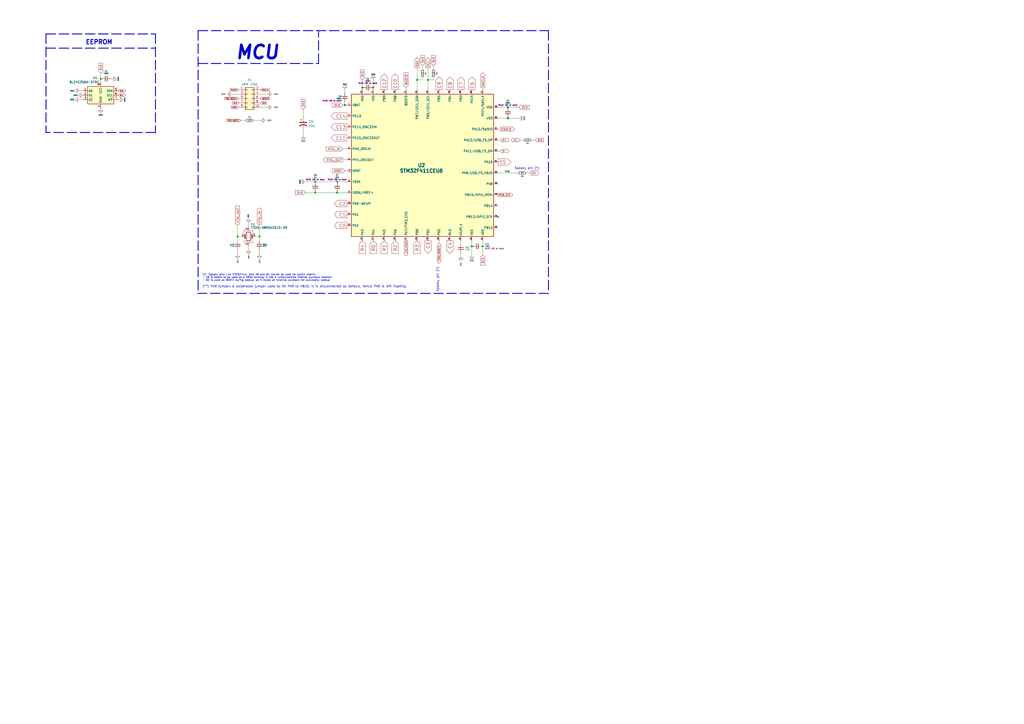
<source format=kicad_sch>
(kicad_sch (version 20230121) (generator eeschema)
  (paper "A2")
  (title_block (title "Jiu schematic") (date "2021-12-22") (rev "v2.0.0") (company "Designed by Gondolindrim"))
  (junction (at 291.465 612.14) (diameter 1.2192))
  (junction (at 253.365 494.03) (diameter 1.016))
  (junction (at 291.465 586.74) (diameter 1.016))
  (junction (at 189.865 612.14) (diameter 1.2192))
  (junction (at 100.965 603.25) (diameter 1.2192))
  (junction (at 150.495 137.16) (diameter 0.9144))
  (junction (at 291.465 510.54) (diameter 1.016))
  (junction (at 37.465 561.34) (diameter 1.016))
  (junction (at 405.765 501.65) (diameter 1.016))
  (junction (at 196.215 730.25) (diameter 1.016))
  (junction (at 113.665 535.94) (diameter 1.016))
  (junction (at 189.865 586.74) (diameter 1.016))
  (junction (at 210.185 50.8) (diameter 1.016))
  (junction (at 85.725 835.66) (diameter 1.016))
  (junction (at 248.285 46.355) (diameter 0.9144))
  (junction (at 50.165 603.25) (diameter 1.2192))
  (junction (at 126.365 570.23) (diameter 1.016))
  (junction (at 113.665 510.54) (diameter 1.016))
  (junction (at 75.565 519.43) (diameter 1.016))
  (junction (at 216.535 50.8) (diameter 1.016))
  (junction (at 329.565 544.83) (diameter 1.016))
  (junction (at 278.765 570.23) (diameter 1.016))
  (junction (at 240.665 510.54) (diameter 1.016))
  (junction (at 367.665 586.74) (diameter 1.016))
  (junction (at 50.165 595.63) (diameter 1.016))
  (junction (at 393.065 586.74) (diameter 1.016))
  (junction (at 75.565 494.03) (diameter 1.016))
  (junction (at 139.065 510.54) (diameter 1.016))
  (junction (at 88.265 586.74) (diameter 1.016))
  (junction (at 227.965 570.23) (diameter 1.016))
  (junction (at 304.165 494.03) (diameter 1.016))
  (junction (at 151.765 570.23) (diameter 1.016))
  (junction (at 393.065 510.54) (diameter 1.016))
  (junction (at 182.88 111.76))
  (junction (at 202.565 570.23) (diameter 1.016))
  (junction (at 278.765 494.03) (diameter 1.016))
  (junction (at 273.685 142.875) (diameter 1.016))
  (junction (at 75.565 544.83) (diameter 1.016))
  (junction (at 194.31 851.535) (diameter 1.016))
  (junction (at 189.865 510.54) (diameter 1.016))
  (junction (at 253.365 544.83) (diameter 1.016))
  (junction (at 240.665 535.94) (diameter 1.016))
  (junction (at 355.6 698.5))
  (junction (at 103.505 804.545) (diameter 1.016))
  (junction (at 393.065 535.94) (diameter 1.016))
  (junction (at 205.74 749.3))
  (junction (at 316.865 561.34) (diameter 1.016))
  (junction (at 329.565 494.03) (diameter 1.016))
  (junction (at 200.025 730.25))
  (junction (at 88.265 535.94) (diameter 1.016))
  (junction (at 139.065 535.94) (diameter 1.016))
  (junction (at 304.165 544.83) (diameter 1.016))
  (junction (at 316.865 535.94) (diameter 1.016))
  (junction (at 367.665 535.94) (diameter 1.016))
  (junction (at 227.965 544.83) (diameter 1.016))
  (junction (at 182.88 105.41))
  (junction (at 190.5 768.35))
  (junction (at 294.64 62.23) (diameter 1.016))
  (junction (at 50.165 570.23) (diameter 1.016))
  (junction (at 304.165 570.23) (diameter 1.016))
  (junction (at 266.065 535.94) (diameter 1.016))
  (junction (at 88.265 510.54) (diameter 1.016))
  (junction (at 50.165 494.03) (diameter 1.016))
  (junction (at 215.265 535.94) (diameter 1.016))
  (junction (at 215.265 561.34) (diameter 1.016))
  (junction (at 202.565 603.25) (diameter 1.2192))
  (junction (at 88.265 612.14) (diameter 1.2192))
  (junction (at 253.365 519.43) (diameter 1.016))
  (junction (at 278.765 544.83) (diameter 1.016))
  (junction (at 151.765 519.43) (diameter 1.016))
  (junction (at 195.58 105.41))
  (junction (at 278.765 595.63) (diameter 1.2192))
  (junction (at 100.965 519.43) (diameter 1.016))
  (junction (at 62.865 586.74) (diameter 1.016))
  (junction (at 126.365 494.03) (diameter 1.016))
  (junction (at 58.42 45.72) (diameter 0.9144))
  (junction (at 189.865 535.94) (diameter 1.016))
  (junction (at 177.165 519.43) (diameter 1.016))
  (junction (at 164.465 561.34) (diameter 1.016))
  (junction (at 75.565 570.23) (diameter 1.016))
  (junction (at 227.965 519.43) (diameter 1.016))
  (junction (at 215.9 730.25))
  (junction (at 227.965 494.03) (diameter 1.016))
  (junction (at 316.865 510.54) (diameter 1.016))
  (junction (at 37.465 612.14) (diameter 1.2192))
  (junction (at 380.365 494.03) (diameter 1.016))
  (junction (at 329.565 570.23) (diameter 1.016))
  (junction (at 62.865 510.54) (diameter 1.016))
  (junction (at 212.09 851.535) (diameter 1.016))
  (junction (at 367.665 510.54) (diameter 1.016))
  (junction (at 151.765 544.83) (diameter 1.016))
  (junction (at 37.465 510.54) (diameter 1.016))
  (junction (at 50.165 552.45) (diameter 1.016))
  (junction (at 200.025 60.96) (diameter 1.016))
  (junction (at 137.795 137.16) (diameter 0.9144))
  (junction (at 37.465 535.94) (diameter 1.016))
  (junction (at 177.165 544.83) (diameter 1.016))
  (junction (at 241.935 46.355) (diameter 0.9144))
  (junction (at 304.165 603.25) (diameter 1.2192))
  (junction (at 202.565 544.83) (diameter 1.016))
  (junction (at 368.3 673.735))
  (junction (at 368.3 685.165))
  (junction (at 380.365 595.63) (diameter 1.016))
  (junction (at 329.565 595.63) (diameter 1.016))
  (junction (at 396.875 510.54) (diameter 1.016))
  (junction (at 316.865 586.74) (diameter 1.016))
  (junction (at 158.75 740.41))
  (junction (at 100.965 494.03) (diameter 1.016))
  (junction (at 139.065 561.34) (diameter 1.016))
  (junction (at 304.165 519.43) (diameter 1.016))
  (junction (at 41.275 561.34) (diameter 1.016))
  (junction (at 266.065 586.74) (diameter 1.2192))
  (junction (at 100.965 595.63) (diameter 1.016))
  (junction (at 103.505 796.925) (diameter 1.016))
  (junction (at 291.465 561.34) (diameter 1.016))
  (junction (at 195.58 111.76))
  (junction (at 103.505 767.715) (diameter 1.016))
  (junction (at 253.365 570.23) (diameter 1.016))
  (junction (at 380.365 570.23) (diameter 1.016))
  (junction (at 202.565 494.03) (diameter 1.016))
  (junction (at 393.065 561.34) (diameter 1.016))
  (junction (at 100.965 544.83) (diameter 1.016))
  (junction (at 202.565 519.43) (diameter 1.016))
  (junction (at 291.465 535.94) (diameter 1.016))
  (junction (at 342.265 510.54) (diameter 1.016))
  (junction (at 151.765 494.03) (diameter 1.016))
  (junction (at 329.565 519.43) (diameter 1.016))
  (junction (at 380.365 519.43) (diameter 1.016))
  (junction (at 164.465 535.94) (diameter 1.016))
  (junction (at 126.365 544.83) (diameter 1.016))
  (junction (at 217.17 851.535) (diameter 1.2192))
  (junction (at 266.065 561.34) (diameter 1.016))
  (junction (at 189.23 851.535) (diameter 1.016))
  (junction (at 37.465 586.74) (diameter 1.016))
  (junction (at 113.665 561.34) (diameter 1.016))
  (junction (at 177.165 494.03) (diameter 1.016))
  (junction (at 189.865 561.34) (diameter 1.016))
  (junction (at 50.165 519.43) (diameter 1.016))
  (junction (at 62.865 535.94) (diameter 1.016))
  (junction (at 62.865 561.34) (diameter 1.016))
  (junction (at 88.265 561.34) (diameter 1.016))
  (junction (at 266.065 510.54) (diameter 1.016))
  (junction (at 62.865 612.14) (diameter 1.2192))
  (junction (at 304.165 595.63) (diameter 1.016))
  (junction (at 126.365 519.43) (diameter 1.016))
  (junction (at 367.665 561.34) (diameter 1.016))
  (junction (at 215.265 510.54) (diameter 1.016))
  (junction (at 75.565 595.63) (diameter 1.016))
  (junction (at 354.965 494.03) (diameter 1.016))
  (junction (at 294.64 68.58) (diameter 1.016))
  (junction (at 177.8 774.7))
  (junction (at 209.55 768.35) (diameter 1.016))
  (junction (at 75.565 603.25) (diameter 1.2192))
  (junction (at 100.965 570.23) (diameter 1.016))
  (junction (at 202.565 595.63) (diameter 1.016))
  (junction (at 177.165 570.23) (diameter 1.016))
  (junction (at 50.165 544.83) (diameter 1.016))
  (junction (at 280.035 142.875))
  (junction (at 171.45 740.41))
  (junction (at 380.365 544.83) (diameter 1.016))
  (junction (at 240.665 561.34) (diameter 1.016))
  (junction (at 278.765 519.43) (diameter 1.016))
  (junction (at 177.8 740.41))
  (junction (at 354.965 519.43) (diameter 1.016))
  (junction (at 164.465 510.54) (diameter 1.016))
  (no_connect (at 103.505 826.135))
  (no_connect (at 103.505 823.595))
  (no_connect (at 288.925 125.73))
  (wire (pts (xy 329.565 551.18) (xy 329.565 552.45)))
  (wire (pts (xy 316.865 485.14) (xy 316.865 510.54)))
  (wire (pts (xy 194.31 860.425) (xy 194.31 862.33)))
  (wire (pts (xy 254.635 139.7) (xy 254.635 140.97)))
  (wire (pts (xy 177.8 770.89) (xy 177.8 774.7)))
  (wire (pts (xy 41.275 535.94) (xy 37.465 535.94)))
  (wire (pts (xy 380.365 595.63) (xy 380.365 596.9)))
  (wire (pts (xy 62.865 510.54) (xy 66.675 510.54)))
  (wire (pts (xy 103.505 796.925) (xy 103.505 799.465)))
  (wire (pts (xy 346.075 535.94) (xy 342.265 535.94)))
  (wire (pts (xy 168.275 586.74) (xy 164.465 586.74)))
  (wire (pts (xy 405.765 500.38) (xy 405.765 501.65)))
  (wire (pts (xy 329.565 544.83) (xy 329.565 546.1)))
  (wire (pts (xy 227.965 519.43) (xy 227.965 520.7)))
  (wire (pts (xy 177.8 730.25) (xy 179.705 730.25)))
  (polyline (pts (xy 114.935 36.83) (xy 184.785 36.83)) (stroke (width 0.508) (type dash)))
  (wire (pts (xy 202.565 576.58) (xy 202.565 577.85)))
  (wire (pts (xy 62.865 485.14) (xy 62.865 510.54)))
  (wire (pts (xy 371.475 586.74) (xy 367.665 586.74)))
  (wire (pts (xy 100.965 601.98) (xy 100.965 603.25)))
  (wire (pts (xy 151.765 520.7) (xy 151.765 519.43)))
  (wire (pts (xy 195.58 105.41) (xy 195.58 106.045)))
  (wire (pts (xy 291.465 612.14) (xy 291.465 631.19)))
  (polyline (pts (xy 318.135 17.78) (xy 318.135 170.18)) (stroke (width 0.508) (type dash)))
  (wire (pts (xy 66.675 535.94) (xy 62.865 535.94)))
  (wire (pts (xy 329.565 576.58) (xy 329.565 577.85)))
  (wire (pts (xy 405.765 601.98) (xy 405.765 603.25)))
  (wire (pts (xy 304.165 595.63) (xy 304.165 596.9)))
  (wire (pts (xy 240.665 510.54) (xy 244.475 510.54)))
  (wire (pts (xy 304.165 576.58) (xy 304.165 577.85)))
  (wire (pts (xy 291.465 561.34) (xy 291.465 586.74)))
  (wire (pts (xy 75.565 494.03) (xy 75.565 495.3)))
  (wire (pts (xy 354.965 520.7) (xy 354.965 519.43)))
  (wire (pts (xy 75.565 494.03) (xy 100.965 494.03)))
  (polyline (pts (xy 62.865 695.96) (xy 139.065 695.96)) (stroke (width 0.508) (type dash)))
  (wire (pts (xy 195.58 851.535) (xy 194.31 851.535)))
  (wire (pts (xy 329.565 595.63) (xy 329.565 596.9)))
  (wire (pts (xy 177.165 494.03) (xy 202.565 494.03)))
  (wire (pts (xy 177.8 781.685) (xy 177.8 782.955)))
  (wire (pts (xy 215.9 730.25) (xy 215.9 737.235)))
  (wire (pts (xy 278.765 544.83) (xy 278.765 546.1)))
  (wire (pts (xy 355.6 707.39) (xy 355.6 711.2)))
  (wire (pts (xy 37.465 561.34) (xy 37.465 535.94)))
  (wire (pts (xy 202.565 519.43) (xy 227.965 519.43)))
  (wire (pts (xy 354.965 494.03) (xy 380.365 494.03)))
  (wire (pts (xy 244.475 561.34) (xy 240.665 561.34)))
  (wire (pts (xy 189.23 849.63) (xy 189.23 851.535)))
  (wire (pts (xy 396.875 535.94) (xy 393.065 535.94)))
  (wire (pts (xy 85.725 833.755) (xy 85.725 835.66)))
  (wire (pts (xy 316.865 586.74) (xy 316.865 612.14)))
  (wire (pts (xy 381 685.165) (xy 381 683.26)))
  (wire (pts (xy 100.965 544.83) (xy 100.965 546.1)))
  (wire (pts (xy 46.355 57.785) (xy 48.26 57.785)))
  (wire (pts (xy 316.865 586.74) (xy 316.865 561.34)))
  (wire (pts (xy 50.165 525.78) (xy 50.165 527.05)))
  (wire (pts (xy 24.765 494.03) (xy 50.165 494.03)))
  (wire (pts (xy 100.965 494.03) (xy 100.965 495.3)))
  (wire (pts (xy 37.465 561.34) (xy 37.465 586.74)))
  (wire (pts (xy 355.6 698.5) (xy 360.68 698.5)))
  (wire (pts (xy 168.275 561.34) (xy 164.465 561.34)))
  (wire (pts (xy 126.365 551.18) (xy 126.365 552.45)))
  (polyline (pts (xy 139.065 847.09) (xy 62.865 847.09)) (stroke (width 0.508) (type dash)))
  (wire (pts (xy 212.09 851.535) (xy 212.09 855.345)))
  (wire (pts (xy 273.685 139.7) (xy 273.685 142.875)))
  (wire (pts (xy 189.23 860.425) (xy 189.23 862.33)))
  (wire (pts (xy 320.675 561.34) (xy 316.865 561.34)))
  (wire (pts (xy 245.11 38.1) (xy 245.11 40.005)))
  (wire (pts (xy 200.025 730.25) (xy 215.9 730.25)))
  (wire (pts (xy 266.065 510.54) (xy 269.875 510.54)))
  (wire (pts (xy 66.675 586.74) (xy 62.865 586.74)))
  (wire (pts (xy 245.11 46.355) (xy 241.935 46.355)))
  (wire (pts (xy 164.465 510.54) (xy 168.275 510.54)))
  (wire (pts (xy 151.765 544.83) (xy 177.165 544.83)))
  (wire (pts (xy 190.5 749.3) (xy 197.485 749.3)))
  (wire (pts (xy 41.275 562.61) (xy 41.275 561.34)))
  (wire (pts (xy 278.765 544.83) (xy 304.165 544.83)))
  (wire (pts (xy 393.065 535.94) (xy 393.065 561.34)))
  (wire (pts (xy 405.765 570.23) (xy 405.765 571.5)))
  (wire (pts (xy 151.765 495.3) (xy 151.765 494.03)))
  (wire (pts (xy 88.265 833.755) (xy 88.265 835.66)))
  (wire (pts (xy 151.765 525.78) (xy 151.765 527.05)))
  (wire (pts (xy 380.365 595.63) (xy 405.765 595.63)))
  (wire (pts (xy 177.165 519.43) (xy 177.165 520.7)))
  (wire (pts (xy 103.505 785.495) (xy 107.315 785.495)))
  (wire (pts (xy 37.465 485.14) (xy 37.465 510.54)))
  (wire (pts (xy 139.065 535.94) (xy 139.065 561.34)))
  (wire (pts (xy 92.075 535.94) (xy 88.265 535.94)))
  (wire (pts (xy 269.875 535.94) (xy 266.065 535.94)))
  (wire (pts (xy 126.365 576.58) (xy 126.365 577.85)))
  (wire (pts (xy 393.065 510.54) (xy 393.065 535.94)))
  (wire (pts (xy 202.565 595.63) (xy 278.765 595.63)))
  (wire (pts (xy 278.765 595.63) (xy 304.165 595.63)))
  (wire (pts (xy 227.965 519.43) (xy 253.365 519.43)))
  (wire (pts (xy 189.865 631.19) (xy 193.675 631.19)))
  (wire (pts (xy 253.365 570.23) (xy 253.365 571.5)))
  (wire (pts (xy 380.365 494.03) (xy 380.365 495.3)))
  (wire (pts (xy 177.165 105.41) (xy 182.88 105.41)))
  (wire (pts (xy 80.645 833.755) (xy 80.645 835.66)))
  (wire (pts (xy 253.365 494.03) (xy 278.765 494.03)))
  (wire (pts (xy 219.075 561.34) (xy 215.265 561.34)))
  (wire (pts (xy 164.465 561.34) (xy 164.465 586.74)))
  (wire (pts (xy 142.875 561.34) (xy 139.065 561.34)))
  (wire (pts (xy 50.165 494.03) (xy 75.565 494.03)))
  (wire (pts (xy 198.755 60.96) (xy 200.025 60.96)))
  (wire (pts (xy 180.975 851.535) (xy 189.23 851.535)))
  (wire (pts (xy 217.17 860.425) (xy 217.17 862.33)))
  (wire (pts (xy 405.765 551.18) (xy 405.765 552.45)))
  (polyline (pts (xy 26.67 19.685) (xy 90.17 19.685)) (stroke (width 0.508) (type dash)))
  (wire (pts (xy 66.675 612.14) (xy 62.865 612.14)))
  (wire (pts (xy 151.765 570.23) (xy 177.165 570.23)))
  (wire (pts (xy 329.565 494.03) (xy 304.165 494.03)))
  (wire (pts (xy 62.865 535.94) (xy 62.865 561.34)))
  (wire (pts (xy 367.665 510.54) (xy 371.475 510.54)))
  (wire (pts (xy 278.765 525.78) (xy 278.765 527.05)))
  (wire (pts (xy 189.865 485.14) (xy 189.865 510.54)))
  (wire (pts (xy 215.9 730.25) (xy 224.79 730.25)))
  (wire (pts (xy 50.165 576.58) (xy 50.165 577.85)))
  (wire (pts (xy 380.365 551.18) (xy 380.365 552.45)))
  (polyline (pts (xy 163.83 700.405) (xy 163.83 757.555)) (stroke (width 0.508) (type dash)))
  (wire (pts (xy 217.17 851.535) (xy 212.09 851.535)))
  (wire (pts (xy 329.565 544.83) (xy 380.365 544.83)))
  (wire (pts (xy 280.035 50.8) (xy 280.035 52.07)))
  (wire (pts (xy 193.675 612.14) (xy 189.865 612.14)))
  (wire (pts (xy 75.565 603.25) (xy 75.565 622.3)))
  (wire (pts (xy 50.165 571.5) (xy 50.165 570.23)))
  (wire (pts (xy 75.565 595.63) (xy 75.565 596.9)))
  (wire (pts (xy 177.165 519.43) (xy 202.565 519.43)))
  (wire (pts (xy 126.365 494.03) (xy 126.365 495.3)))
  (wire (pts (xy 139.7 69.85) (xy 142.24 69.85)))
  (wire (pts (xy 117.475 535.94) (xy 113.665 535.94)))
  (wire (pts (xy 100.965 603.25) (xy 100.965 622.3)))
  (wire (pts (xy 304.165 500.38) (xy 304.165 501.65)))
  (wire (pts (xy 41.275 561.34) (xy 37.465 561.34)))
  (wire (pts (xy 227.965 525.78) (xy 227.965 527.05)))
  (wire (pts (xy 371.475 612.14) (xy 367.665 612.14)))
  (wire (pts (xy 190.5 768.35) (xy 190.5 769.62)))
  (wire (pts (xy 235.585 50.8) (xy 235.585 52.07)))
  (wire (pts (xy 202.565 494.03) (xy 227.965 494.03)))
  (wire (pts (xy 88.265 631.19) (xy 92.075 631.19)))
  (wire (pts (xy 303.53 81.28) (xy 301.625 81.28)))
  (wire (pts (xy 154.94 62.23) (xy 151.13 62.23)))
  (wire (pts (xy 215.265 510.54) (xy 219.075 510.54)))
  (polyline (pts (xy 114.935 17.78) (xy 114.935 170.18)) (stroke (width 0.508) (type dash)))
  (wire (pts (xy 200.025 60.96) (xy 201.295 60.96)))
  (wire (pts (xy 273.685 142.875) (xy 274.32 142.875)))
  (wire (pts (xy 195.58 111.76) (xy 201.295 111.76)))
  (wire (pts (xy 103.505 796.925) (xy 109.22 796.925)))
  (wire (pts (xy 193.675 561.34) (xy 189.865 561.34)))
  (polyline (pts (xy 184.785 36.83) (xy 184.785 17.78)) (stroke (width 0.508) (type dash)))
  (wire (pts (xy 380.365 544.83) (xy 405.765 544.83)))
  (wire (pts (xy 200.025 730.25) (xy 196.215 730.25)))
  (wire (pts (xy 62.865 586.74) (xy 62.865 612.14)))
  (wire (pts (xy 368.3 703.58) (xy 368.3 704.85)))
  (wire (pts (xy 304.165 544.83) (xy 304.165 546.1)))
  (wire (pts (xy 46.355 52.705) (xy 48.26 52.705)))
  (wire (pts (xy 75.565 570.23) (xy 50.165 570.23)))
  (wire (pts (xy 215.265 510.54) (xy 215.265 535.94)))
  (wire (pts (xy 126.365 519.43) (xy 126.365 520.7)))
  (wire (pts (xy 288.925 100.33) (xy 300.355 100.33)))
  (wire (pts (xy 329.565 519.43) (xy 304.165 519.43)))
  (wire (pts (xy 37.465 535.94) (xy 37.465 510.54)))
  (wire (pts (xy 194.31 851.535) (xy 189.23 851.535)))
  (wire (pts (xy 177.8 776.605) (xy 177.8 774.7)))
  (wire (pts (xy 266.065 586.74) (xy 266.065 631.19)))
  (wire (pts (xy 75.565 601.98) (xy 75.565 603.25)))
  (wire (pts (xy 177.165 494.03) (xy 177.165 495.3)))
  (wire (pts (xy 112.395 785.495) (xy 116.205 785.495)))
  (polyline (pts (xy 163.83 708.66) (xy 240.03 708.66)) (stroke (width 0.508) (type dash)))
  (wire (pts (xy 100.965 551.18) (xy 100.965 552.45)))
  (wire (pts (xy 126.365 544.83) (xy 126.365 546.1)))
  (wire (pts (xy 37.465 612.14) (xy 37.465 631.19)))
  (wire (pts (xy 291.465 535.94) (xy 291.465 561.34)))
  (wire (pts (xy 380.365 500.38) (xy 380.365 501.65)))
  (wire (pts (xy 291.465 510.54) (xy 295.275 510.54)))
  (wire (pts (xy 194.31 730.25) (xy 196.215 730.25)))
  (wire (pts (xy 64.135 45.72) (xy 64.77 45.72)))
  (wire (pts (xy 41.275 612.14) (xy 37.465 612.14)))
  (wire (pts (xy 151.765 551.18) (xy 151.765 552.45)))
  (wire (pts (xy 194.31 851.535) (xy 194.31 855.345)))
  (wire (pts (xy 103.505 767.715) (xy 109.22 767.715)))
  (wire (pts (xy 269.875 586.74) (xy 266.065 586.74)))
  (wire (pts (xy 50.165 596.9) (xy 50.165 595.63)))
  (wire (pts (xy 227.965 544.83) (xy 227.965 546.1)))
  (wire (pts (xy 367.665 535.94) (xy 367.665 561.34)))
  (wire (pts (xy 177.165 544.83) (xy 177.165 546.1)))
  (wire (pts (xy 278.765 570.23) (xy 304.165 570.23)))
  (wire (pts (xy 88.265 535.94) (xy 88.265 561.34)))
  (wire (pts (xy 371.475 561.34) (xy 367.665 561.34)))
  (wire (pts (xy 304.165 525.78) (xy 304.165 527.05)))
  (wire (pts (xy 368.3 685.165) (xy 368.3 687.07)))
  (polyline (pts (xy 62.865 704.215) (xy 139.065 704.215)) (stroke (width 0.508) (type dash)))
  (wire (pts (xy 85.725 835.66) (xy 85.725 838.835)))
  (wire (pts (xy 167.64 740.41) (xy 171.45 740.41)))
  (wire (pts (xy 112.395 835.66) (xy 112.395 836.93)))
  (wire (pts (xy 126.365 525.78) (xy 126.365 527.05)))
  (wire (pts (xy 88.265 485.14) (xy 88.265 510.54)))
  (wire (pts (xy 288.925 62.23) (xy 294.64 62.23)))
  (wire (pts (xy 294.64 62.23) (xy 300.99 62.23)))
  (wire (pts (xy 380.365 576.58) (xy 380.365 577.85)))
  (wire (pts (xy 173.99 851.535) (xy 175.895 851.535)))
  (wire (pts (xy 50.165 601.98) (xy 50.165 603.25)))
  (wire (pts (xy 380.365 519.43) (xy 405.765 519.43)))
  (wire (pts (xy 182.88 111.125) (xy 182.88 111.76)))
  (wire (pts (xy 227.965 570.23) (xy 227.965 571.5)))
  (wire (pts (xy 200.025 59.055) (xy 200.025 60.96)))
  (wire (pts (xy 200.025 52.07) (xy 200.025 53.975)))
  (wire (pts (xy 144.145 144.78) (xy 144.145 142.24)))
  (wire (pts (xy 62.865 631.19) (xy 66.675 631.19)))
  (wire (pts (xy 288.925 81.28) (xy 290.195 81.28)))
  (wire (pts (xy 304.165 570.23) (xy 304.165 571.5)))
  (polyline (pts (xy 114.935 17.78) (xy 318.135 17.78)) (stroke (width 0.508) (type dash)))
  (wire (pts (xy 75.565 544.83) (xy 50.165 544.83)))
  (wire (pts (xy 295.275 586.74) (xy 291.465 586.74)))
  (wire (pts (xy 291.465 485.14) (xy 291.465 510.54)))
  (wire (pts (xy 316.865 561.34) (xy 316.865 535.94)))
  (wire (pts (xy 368.3 683.26) (xy 368.3 685.165)))
  (wire (pts (xy 342.265 510.54) (xy 342.265 535.94)))
  (wire (pts (xy 153.035 740.41) (xy 158.75 740.41)))
  (wire (pts (xy 368.3 685.165) (xy 381 685.165)))
  (wire (pts (xy 380.365 601.98) (xy 380.365 603.25)))
  (wire (pts (xy 380.365 494.03) (xy 405.765 494.03)))
  (wire (pts (xy 100.965 519.43) (xy 100.965 520.7)))
  (wire (pts (xy 75.565 544.83) (xy 75.565 546.1)))
  (wire (pts (xy 50.165 520.7) (xy 50.165 519.43)))
  (wire (pts (xy 280.035 139.7) (xy 280.035 142.875)))
  (wire (pts (xy 280.035 142.875) (xy 280.035 147.955)))
  (wire (pts (xy 248.285 46.355) (xy 248.285 52.07)))
  (wire (pts (xy 177.165 570.23) (xy 177.165 571.5)))
  (wire (pts (xy 227.965 500.38) (xy 227.965 501.65)))
  (wire (pts (xy 380.365 570.23) (xy 329.565 570.23)))
  (wire (pts (xy 142.875 586.74) (xy 139.065 586.74)))
  (wire (pts (xy 150.495 139.7) (xy 150.495 137.16)))
  (wire (pts (xy 189.865 535.94) (xy 189.865 510.54)))
  (wire (pts (xy 367.665 485.14) (xy 367.665 510.54)))
  (wire (pts (xy 291.465 586.74) (xy 291.465 612.14)))
  (wire (pts (xy 190.5 749.3) (xy 190.5 768.35)))
  (wire (pts (xy 190.5 779.78) (xy 190.5 781.05)))
  (wire (pts (xy 202.565 551.18) (xy 202.565 552.45)))
  (polyline (pts (xy 62.865 695.96) (xy 62.865 847.09)) (stroke (width 0.508) (type dash)))
  (wire (pts (xy 112.395 780.415) (xy 116.205 780.415)))
  (wire (pts (xy 396.875 586.74) (xy 393.065 586.74)))
  (wire (pts (xy 205.74 757.555) (xy 205.74 756.285)))
  (wire (pts (xy 205.74 749.3) (xy 208.28 749.3)))
  (wire (pts (xy 405.765 544.83) (xy 405.765 546.1)))
  (wire (pts (xy 305.435 100.33) (xy 307.975 100.33)))
  (wire (pts (xy 100.965 525.78) (xy 100.965 527.05)))
  (wire (pts (xy 329.565 601.98) (xy 329.565 603.25)))
  (wire (pts (xy 329.565 525.78) (xy 329.565 527.05)))
  (wire (pts (xy 202.565 749.3) (xy 205.74 749.3)))
  (wire (pts (xy 295.275 612.14) (xy 291.465 612.14)))
  (wire (pts (xy 160.655 730.25) (xy 158.75 730.25)))
  (wire (pts (xy 75.565 519.43) (xy 50.165 519.43)))
  (wire (pts (xy 253.365 570.23) (xy 278.765 570.23)))
  (wire (pts (xy 24.765 595.63) (xy 50.165 595.63)))
  (wire (pts (xy 396.875 511.81) (xy 398.145 511.81)))
  (wire (pts (xy 251.46 38.1) (xy 251.46 40.005)))
  (wire (pts (xy 253.365 551.18) (xy 253.365 552.45)))
  (wire (pts (xy 150.495 130.175) (xy 150.495 137.16)))
  (wire (pts (xy 196.215 730.25) (xy 196.215 732.79)))
  (wire (pts (xy 62.865 510.54) (xy 62.865 535.94)))
  (wire (pts (xy 175.895 63.5) (xy 175.895 67.945)))
  (wire (pts (xy 175.895 75.565) (xy 175.895 78.74)))
  (wire (pts (xy 278.765 595.63) (xy 278.765 615.95)))
  (wire (pts (xy 177.8 774.7) (xy 182.88 774.7)))
  (wire (pts (xy 227.965 576.58) (xy 227.965 577.85)))
  (wire (pts (xy 355.6 698.5) (xy 355.6 702.31)))
  (wire (pts (xy 150.495 147.32) (xy 150.495 144.78)))
  (wire (pts (xy 240.665 485.14) (xy 240.665 510.54)))
  (wire (pts (xy 50.165 495.3) (xy 50.165 494.03)))
  (wire (pts (xy 216.535 46.355) (xy 216.535 50.8)))
  (wire (pts (xy 202.565 500.38) (xy 202.565 501.65)))
  (wire (pts (xy 137.795 130.81) (xy 137.795 137.16)))
  (wire (pts (xy 367.665 561.34) (xy 367.665 586.74)))
  (wire (pts (xy 92.075 612.14) (xy 88.265 612.14)))
  (wire (pts (xy 187.325 730.25) (xy 189.23 730.25)))
  (wire (pts (xy 215.265 561.34) (xy 215.265 586.74)))
  (wire (pts (xy 113.665 535.94) (xy 113.665 561.34)))
  (wire (pts (xy 253.365 576.58) (xy 253.365 577.85)))
  (wire (pts (xy 273.685 142.875) (xy 273.685 147.955)))
  (wire (pts (xy 380.365 525.78) (xy 380.365 527.05)))
  (wire (pts (xy 202.565 570.23) (xy 227.965 570.23)))
  (wire (pts (xy 291.465 631.19) (xy 295.275 631.19)))
  (wire (pts (xy 139.065 535.94) (xy 139.065 510.54)))
  (wire (pts (xy 182.88 105.41) (xy 195.58 105.41)))
  (wire (pts (xy 195.58 105.41) (xy 201.295 105.41)))
  (wire (pts (xy 196.215 739.14) (xy 196.215 737.87)))
  (wire (pts (xy 189.865 612.14) (xy 189.865 631.19)))
  (wire (pts (xy 151.765 571.5) (xy 151.765 570.23)))
  (wire (pts (xy 342.265 510.54) (xy 346.075 510.54)))
  (wire (pts (xy 158.75 730.25) (xy 158.75 740.41)))
  (wire (pts (xy 50.165 603.25) (xy 50.165 622.3)))
  (wire (pts (xy 329.565 570.23) (xy 329.565 571.5)))
  (wire (pts (xy 304.165 551.18) (xy 304.165 552.45)))
  (wire (pts (xy 342.9 698.5) (xy 346.71 698.5)))
  (wire (pts (xy 278.765 621.03) (xy 278.765 622.3)))
  (wire (pts (xy 269.875 561.34) (xy 266.065 561.34)))
  (wire (pts (xy 405.765 595.63) (xy 405.765 596.9)))
  (wire (pts (xy 267.335 139.7) (xy 267.335 141.605)))
  (wire (pts (xy 209.55 768.35) (xy 217.17 768.35)))
  (wire (pts (xy 100.965 519.43) (xy 75.565 519.43)))
  (wire (pts (xy 368.3 673.735) (xy 381 673.735)))
  (wire (pts (xy 103.505 767.715) (xy 103.505 770.255)))
  (wire (pts (xy 202.565 525.78) (xy 202.565 527.05)))
  (wire (pts (xy 103.505 804.545) (xy 103.505 807.085)))
  (wire (pts (xy 126.365 500.38) (xy 126.365 501.65)))
  (wire (pts (xy 240.665 535.94) (xy 240.665 561.34)))
  (wire (pts (xy 177.165 519.43) (xy 151.765 519.43)))
  (wire (pts (xy 88.265 586.74) (xy 88.265 612.14)))
  (wire (pts (xy 171.45 740.41) (xy 177.8 740.41)))
  (wire (pts (xy 177.165 500.38) (xy 177.165 501.65)))
  (wire (pts (xy 380.365 570.23) (xy 380.365 571.5)))
  (wire (pts (xy 202.565 601.98) (xy 202.565 603.25)))
  (wire (pts (xy 278.765 494.03) (xy 278.765 495.3)))
  (wire (pts (xy 88.265 510.54) (xy 88.265 535.94)))
  (wire (pts (xy 100.965 595.63) (xy 100.965 596.9)))
  (wire (pts (xy 158.75 740.41) (xy 165.1 740.41)))
  (wire (pts (xy 200.025 739.14) (xy 200.025 737.87)))
  (wire (pts (xy 215.265 485.14) (xy 215.265 510.54)))
  (wire (pts (xy 267.335 146.685) (xy 267.335 148.59)))
  (wire (pts (xy 278.765 576.58) (xy 278.765 577.85)))
  (wire (pts (xy 245.11 45.085) (xy 245.11 46.355)))
  (wire (pts (xy 405.765 525.78) (xy 405.765 527.05)))
  (wire (pts (xy 113.665 485.14) (xy 113.665 510.54)))
  (wire (pts (xy 380.365 595.63) (xy 329.565 595.63)))
  (wire (pts (xy 42.545 562.61) (xy 41.275 562.61)))
  (wire (pts (xy 278.765 519.43) (xy 278.765 520.7)))
  (wire (pts (xy 58.42 45.72) (xy 58.42 47.625)))
  (wire (pts (xy 320.675 612.14) (xy 316.865 612.14)))
  (wire (pts (xy 51.435 552.45) (xy 50.165 552.45)))
  (wire (pts (xy 295.275 535.94) (xy 291.465 535.94)))
  (polyline (pts (xy 163.195 821.055) (xy 239.395 821.055)) (stroke (width 0.508) (type dash)))
  (wire (pts (xy 113.665 510.54) (xy 113.665 535.94)))
  (wire (pts (xy 253.365 519.43) (xy 278.765 519.43)))
  (wire (pts (xy 240.665 510.54) (xy 240.665 535.94)))
  (wire (pts (xy 210.82 851.535) (xy 212.09 851.535)))
  (wire (pts (xy 368.3 673.735) (xy 368.3 675.64)))
  (wire (pts (xy 144.145 129.54) (xy 144.145 132.08)))
  (polyline (pts (xy 139.065 695.96) (xy 139.065 847.09)) (stroke (width 0.508) (type dash)))
  (wire (pts (xy 266.065 561.34) (xy 266.065 535.94)))
  (wire (pts (xy 381 673.735) (xy 381 675.64)))
  (wire (pts (xy 164.465 485.14) (xy 164.465 510.54)))
  (wire (pts (xy 329.565 500.38) (xy 329.565 501.65)))
  (wire (pts (xy 24.765 544.83) (xy 50.165 544.83)))
  (wire (pts (xy 41.275 586.74) (xy 37.465 586.74)))
  (wire (pts (xy 195.58 111.125) (xy 195.58 111.76)))
  (polyline (pts (xy 90.17 76.835) (xy 26.67 76.835)) (stroke (width 0.508) (type dash)))
  (wire (pts (xy 58.42 42.545) (xy 58.42 45.72)))
  (wire (pts (xy 288.925 87.63) (xy 290.195 87.63)))
  (wire (pts (xy 210.185 50.8) (xy 210.82 50.8)))
  (wire (pts (xy 253.365 525.78) (xy 253.365 527.05)))
  (wire (pts (xy 151.765 494.03) (xy 126.365 494.03)))
  (wire (pts (xy 164.465 510.54) (xy 164.465 535.94)))
  (wire (pts (xy 368.3 671.83) (xy 368.3 673.735)))
  (wire (pts (xy 354.965 525.78) (xy 354.965 527.05)))
  (wire (pts (xy 100.965 494.03) (xy 126.365 494.03)))
  (wire (pts (xy 164.465 535.94) (xy 164.465 561.34)))
  (wire (pts (xy 329.565 570.23) (xy 304.165 570.23)))
  (wire (pts (xy 253.365 519.43) (xy 253.365 520.7)))
  (wire (pts (xy 88.265 612.14) (xy 88.265 631.19)))
  (wire (pts (xy 100.965 570.23) (xy 126.365 570.23)))
  (wire (pts (xy 100.965 544.83) (xy 126.365 544.83)))
  (wire (pts (xy 202.565 519.43) (xy 202.565 520.7)))
  (wire (pts (xy 177.8 730.25) (xy 177.8 740.41)))
  (wire (pts (xy 126.365 519.43) (xy 151.765 519.43)))
  (wire (pts (xy 193.675 586.74) (xy 189.865 586.74)))
  (wire (pts (xy 253.365 500.38) (xy 253.365 501.65)))
  (wire (pts (xy 278.765 551.18) (xy 278.765 552.45)))
  (wire (pts (xy 189.865 586.74) (xy 189.865 561.34)))
  (wire (pts (xy 100.965 570.23) (xy 100.965 571.5)))
  (wire (pts (xy 407.035 501.65) (xy 405.765 501.65)))
  (wire (pts (xy 219.075 535.94) (xy 215.265 535.94)))
  (wire (pts (xy 227.965 494.03) (xy 227.965 495.3)))
  (wire (pts (xy 278.765 500.38) (xy 278.765 501.65)))
  (wire (pts (xy 278.765 570.23) (xy 278.765 571.5)))
  (wire (pts (xy 37.465 612.14) (xy 37.465 586.74)))
  (wire (pts (xy 75.565 570.23) (xy 100.965 570.23)))
  (wire (pts (xy 329.565 494.03) (xy 329.565 495.3)))
  (wire (pts (xy 202.565 494.03) (xy 202.565 495.3)))
  (wire (pts (xy 92.075 586.74) (xy 88.265 586.74)))
  (wire (pts (xy 393.065 510.54) (xy 396.875 510.54)))
  (wire (pts (xy 367.665 586.74) (xy 367.665 612.14)))
  (wire (pts (xy 316.865 535.94) (xy 316.865 510.54)))
  (wire (pts (xy 209.55 774.7) (xy 209.55 775.97)))
  (wire (pts (xy 194.31 851.535) (xy 194.31 839.47)))
  (wire (pts (xy 396.875 510.54) (xy 396.875 511.81)))
  (wire (pts (xy 295.275 561.34) (xy 291.465 561.34)))
  (wire (pts (xy 240.665 561.34) (xy 240.665 586.74)))
  (wire (pts (xy 113.665 561.34) (xy 113.665 586.74)))
  (wire (pts (xy 139.065 561.34) (xy 139.065 586.74)))
  (wire (pts (xy 217.17 851.535) (xy 217.17 855.345)))
  (wire (pts (xy 215.9 50.8) (xy 216.535 50.8)))
  (polyline (pts (xy 239.395 878.205) (xy 163.195 878.205)) (stroke (width 0.508) (type dash)))
  (polyline (pts (xy 26.67 27.94) (xy 90.17 27.94)) (stroke (width 0.508) (type dash)))
  (wire (pts (xy 100.965 595.63) (xy 202.565 595.63)))
  (wire (pts (xy 304.165 603.25) (xy 304.165 622.3)))
  (wire (pts (xy 253.365 570.23) (xy 227.965 570.23)))
  (wire (pts (xy 407.035 502.92) (xy 407.035 501.65)))
  (wire (pts (xy 380.365 519.43) (xy 380.365 520.7)))
  (wire (pts (xy 278.765 494.03) (xy 304.165 494.03)))
  (wire (pts (xy 126.365 570.23) (xy 151.765 570.23)))
  (wire (pts (xy 151.765 546.1) (xy 151.765 544.83)))
  (wire (pts (xy 304.165 519.43) (xy 304.165 520.7)))
  (wire (pts (xy 50.165 551.18) (xy 50.165 552.45)))
  (wire (pts (xy 405.765 576.58) (xy 405.765 577.85)))
  (wire (pts (xy 117.475 586.74) (xy 113.665 586.74)))
  (wire (pts (xy 269.875 631.19) (xy 266.065 631.19)))
  (wire (pts (xy 151.765 500.38) (xy 151.765 501.65)))
  (wire (pts (xy 393.065 485.14) (xy 393.065 510.54)))
  (polyline (pts (xy 163.195 878.205) (xy 163.195 821.055)) (stroke (width 0.508) (type dash)))
  (wire (pts (xy 210.185 50.8) (xy 210.185 52.07)))
  (wire (pts (xy 294.64 67.945) (xy 294.64 68.58)))
  (wire (pts (xy 207.01 839.47) (xy 212.09 839.47)))
  (wire (pts (xy 75.565 525.78) (xy 75.565 527.05)))
  (wire (pts (xy 216.535 50.8) (xy 216.535 52.07)))
  (wire (pts (xy 75.565 544.83) (xy 100.965 544.83)))
  (wire (pts (xy 189.865 510.54) (xy 193.675 510.54)))
  (wire (pts (xy 202.565 570.23) (xy 177.165 570.23)))
  (wire (pts (xy 320.675 535.94) (xy 316.865 535.94)))
  (wire (pts (xy 202.565 603.25) (xy 202.565 622.3)))
  (wire (pts (xy 150.495 137.16) (xy 147.955 137.16)))
  (wire (pts (xy 75.565 595.63) (xy 50.165 595.63)))
  (wire (pts (xy 75.565 519.43) (xy 75.565 520.7)))
  (wire (pts (xy 294.64 62.23) (xy 294.64 62.865)))
  (wire (pts (xy 177.165 576.58) (xy 177.165 577.85)))
  (wire (pts (xy 170.815 730.25) (xy 171.45 730.25)))
  (wire (pts (xy 380.365 546.1) (xy 380.365 544.83)))
  (polyline (pts (xy 318.135 170.18) (xy 114.935 170.18)) (stroke (width 0.508) (type dash)))
  (wire (pts (xy 75.565 570.23) (xy 75.565 571.5)))
  (wire (pts (xy 251.46 46.355) (xy 248.285 46.355)))
  (wire (pts (xy 215.9 742.315) (xy 215.9 744.22)))
  (wire (pts (xy 154.94 54.61) (xy 151.13 54.61)))
  (wire (pts (xy 200.025 99.06) (xy 201.295 99.06)))
  (wire (pts (xy 139.065 485.14) (xy 139.065 510.54)))
  (wire (pts (xy 24.765 570.23) (xy 50.165 570.23)))
  (wire (pts (xy 189.865 612.14) (xy 189.865 586.74)))
  (wire (pts (xy 329.565 494.03) (xy 354.965 494.03)))
  (wire (pts (xy 405.765 519.43) (xy 405.765 520.7)))
  (wire (pts (xy 253.365 544.83) (xy 278.765 544.83)))
  (polyline (pts (xy 26.67 19.685) (xy 26.67 76.835)) (stroke (width 0.508) (type dash)))
  (wire (pts (xy 151.13 69.85) (xy 147.32 69.85)))
  (wire (pts (xy 75.565 500.38) (xy 75.565 501.65)))
  (wire (pts (xy 380.365 570.23) (xy 405.765 570.23)))
  (wire (pts (xy 37.465 510.54) (xy 41.275 510.54)))
  (wire (pts (xy 241.935 39.37) (xy 241.935 46.355)))
  (wire (pts (xy 354.965 519.43) (xy 380.365 519.43)))
  (wire (pts (xy 396.875 561.34) (xy 393.065 561.34)))
  (wire (pts (xy 92.075 561.34) (xy 88.265 561.34)))
  (wire (pts (xy 75.565 595.63) (xy 100.965 595.63)))
  (wire (pts (xy 351.79 698.5) (xy 355.6 698.5)))
  (wire (pts (xy 215.265 535.94) (xy 215.265 561.34)))
  (wire (pts (xy 137.795 147.32) (xy 137.795 144.78)))
  (wire (pts (xy 291.465 510.54) (xy 291.465 535.94)))
  (wire (pts (xy 244.475 586.74) (xy 240.665 586.74)))
  (wire (pts (xy 248.285 39.37) (xy 248.285 46.355)))
  (wire (pts (xy 100.965 576.58) (xy 100.965 577.85)))
  (wire (pts (xy 227.965 551.18) (xy 227.965 552.45)))
  (wire (pts (xy 205.105 768.35) (xy 209.55 768.35)))
  (wire (pts (xy 103.505 804.545) (xy 109.22 804.545)))
  (wire (pts (xy 304.165 519.43) (xy 278.765 519.43)))
  (wire (pts (xy 198.755 92.71) (xy 201.295 92.71)))
  (wire (pts (xy 304.165 544.83) (xy 329.565 544.83)))
  (wire (pts (xy 100.965 500.38) (xy 100.965 501.65)))
  (polyline (pts (xy 163.83 828.675) (xy 239.395 828.675)) (stroke (width 0.508) (type dash)))
  (wire (pts (xy 50.165 500.38) (xy 50.165 501.65)))
  (wire (pts (xy 137.795 139.7) (xy 137.795 137.16)))
  (wire (pts (xy 215.9 755.65) (xy 215.9 754.38)))
  (wire (pts (xy 202.565 570.23) (xy 202.565 571.5)))
  (wire (pts (xy 177.165 551.18) (xy 177.165 552.45)))
  (wire (pts (xy 112.395 826.77) (xy 112.395 828.04)))
  (wire (pts (xy 117.475 561.34) (xy 113.665 561.34)))
  (wire (pts (xy 151.765 576.58) (xy 151.765 577.85)))
  (wire (pts (xy 212.09 851.535) (xy 212.09 839.47)))
  (wire (pts (xy 103.505 780.415) (xy 107.315 780.415)))
  (wire (pts (xy 75.565 551.18) (xy 75.565 552.45)))
  (wire (pts (xy 316.865 586.74) (xy 320.675 586.74)))
  (wire (pts (xy 310.515 81.28) (xy 308.61 81.28)))
  (wire (pts (xy 202.565 595.63) (xy 202.565 596.9)))
  (wire (pts (xy 329.565 519.43) (xy 329.565 520.7)))
  (wire (pts (xy 279.4 142.875) (xy 280.035 142.875)))
  (wire (pts (xy 266.065 510.54) (xy 266.065 535.94)))
  (wire (pts (xy 202.565 544.83) (xy 227.965 544.83)))
  (wire (pts (xy 75.565 576.58) (xy 75.565 577.85)))
  (wire (pts (xy 288.925 68.58) (xy 294.64 68.58)))
  (wire (pts (xy 294.64 68.58) (xy 300.99 68.58)))
  (polyline (pts (xy 90.17 19.685) (xy 90.17 76.835)) (stroke (width 0.508) (type dash)))
  (wire (pts (xy 304.165 494.03) (xy 304.165 495.3)))
  (wire (pts (xy 193.675 535.94) (xy 189.865 535.94)))
  (wire (pts (xy 202.565 544.83) (xy 177.165 544.83)))
  (wire (pts (xy 88.265 510.54) (xy 92.075 510.54)))
  (wire (pts (xy 168.275 535.94) (xy 164.465 535.94)))
  (wire (pts (xy 194.31 839.47) (xy 199.39 839.47)))
  (wire (pts (xy 142.875 535.94) (xy 139.065 535.94)))
  (wire (pts (xy 182.88 111.76) (xy 195.58 111.76)))
  (wire (pts (xy 171.45 730.25) (xy 171.45 740.41)))
  (wire (pts (xy 304.165 601.98) (xy 304.165 603.25)))
  (wire (pts (xy 182.88 105.41) (xy 182.88 106.045)))
  (wire (pts (xy 177.165 525.78) (xy 177.165 527.05)))
  (wire (pts (xy 58.42 45.72) (xy 59.055 45.72)))
  (wire (pts (xy 62.865 586.74) (xy 62.865 561.34)))
  (wire (pts (xy 203.2 859.155) (xy 203.2 862.33)))
  (wire (pts (xy 139.065 510.54) (xy 142.875 510.54)))
  (wire (pts (xy 368.3 692.15) (xy 368.3 693.42)))
  (wire (pts (xy 50.165 546.1) (xy 50.165 544.83)))
  (wire (pts (xy 371.475 535.94) (xy 367.665 535.94)))
  (wire (pts (xy 288.925 74.93) (xy 290.195 74.93)))
  (wire (pts (xy 329.565 595.63) (xy 304.165 595.63)))
  (wire (pts (xy 405.765 494.03) (xy 405.765 495.3)))
  (wire (pts (xy 354.965 495.3) (xy 354.965 494.03)))
  (wire (pts (xy 393.065 586.74) (xy 393.065 612.14)))
  (wire (pts (xy 88.265 835.66) (xy 85.725 835.66)))
  (wire (pts (xy 126.365 570.23) (xy 126.365 571.5)))
  (wire (pts (xy 202.565 544.83) (xy 202.565 546.1)))
  (wire (pts (xy 209.55 769.62) (xy 209.55 768.35)))
  (wire (pts (xy 367.665 535.94) (xy 367.665 510.54)))
  (wire (pts (xy 396.875 612.14) (xy 393.065 612.14)))
  (wire (pts (xy 126.365 544.83) (xy 151.765 544.83)))
  (wire (pts (xy 37.465 631.19) (xy 41.275 631.19)))
  (wire (pts (xy 88.265 561.34) (xy 88.265 586.74)))
  (wire (pts (xy 66.675 561.34) (xy 62.865 561.34)))
  (wire (pts (xy 251.46 45.085) (xy 251.46 46.355)))
  (wire (pts (xy 393.065 561.34) (xy 393.065 586.74)))
  (wire (pts (xy 134.62 54.61) (xy 138.43 54.61)))
  (wire (pts (xy 177.8 740.41) (xy 177.8 765.81)))
  (wire (pts (xy 316.865 510.54) (xy 320.675 510.54)))
  (wire (pts (xy 51.435 553.72) (xy 51.435 552.45)))
  (polyline (pts (xy 240.03 700.405) (xy 240.03 757.555)) (stroke (width 0.508) (type dash)))
  (wire (pts (xy 253.365 494.03) (xy 253.365 495.3)))
  (wire (pts (xy 200.025 730.25) (xy 200.025 732.79)))
  (wire (pts (xy 253.365 544.83) (xy 253.365 546.1)))
  (wire (pts (xy 241.935 46.355) (xy 241.935 52.07)))
  (polyline (pts (xy 163.83 700.405) (xy 240.03 700.405)) (stroke (width 0.508) (type dash)))
  (polyline (pts (xy 239.395 821.055) (xy 239.395 878.205)) (stroke (width 0.508) (type dash)))
  (wire (pts (xy 253.365 544.83) (xy 227.965 544.83)))
  (wire (pts (xy 190.5 768.35) (xy 200.025 768.35)))
  (wire (pts (xy 227.965 494.03) (xy 253.365 494.03)))
  (wire (pts (xy 189.865 561.34) (xy 189.865 535.94)))
  (wire (pts (xy 151.765 494.03) (xy 177.165 494.03)))
  (wire (pts (xy 354.965 500.38) (xy 354.965 501.65)))
  (wire (pts (xy 205.74 749.3) (xy 205.74 751.205)))
  (wire (pts (xy 198.755 86.36) (xy 201.295 86.36)))
  (wire (pts (xy 24.765 519.43) (xy 50.165 519.43)))
  (wire (pts (xy 62.865 612.14) (xy 62.865 631.19)))
  (wire (pts (xy 212.09 860.425) (xy 212.09 862.33)))
  (wire (pts (xy 210.185 46.355) (xy 210.185 50.8)))
  (wire (pts (xy 266.065 485.14) (xy 266.065 510.54)))
  (wire (pts (xy 189.23 851.535) (xy 189.23 855.345)))
  (wire (pts (xy 354.965 519.43) (xy 329.565 519.43)))
  (wire (pts (xy 342.265 485.14) (xy 342.265 510.54)))
  (wire (pts (xy 137.795 137.16) (xy 140.335 137.16)))
  (wire (pts (xy 113.665 510.54) (xy 117.475 510.54)))
  (wire (pts (xy 266.065 561.34) (xy 266.065 586.74)))
  (wire (pts (xy 217.17 851.535) (xy 219.71 851.535)))
  (wire (pts (xy 219.075 586.74) (xy 215.265 586.74)))
  (wire (pts (xy 244.475 535.94) (xy 240.665 535.94)))
  (wire (pts (xy 177.165 111.76) (xy 182.88 111.76)))
  (wire (pts (xy 126.365 519.43) (xy 100.965 519.43)))
  (text "Spooky pin (*)" (at 298.45 98.425 0) (effects (font (size 1.27 1.27)) (justify left bottom)))
  (text "(*) \"Spooky pins\": on STM32F4x1, pins A9 and B2 cannot be used for switch matrix:\n- A9 is meant to be used as a VBUS sensing. It has a undocumented internal pulldown resistor;\n- B2 is used as BOOT1 during bootup, so it needs an external pulldown for successful bootup\n" (at 117.475 163.195 0) (effects (font (size 1 1)) (justify left bottom)))
  (text "Power supply and protection circuit" (at 165.735 826.77 0) (effects (font (size 2.54 2.54) (thickness 0.508) bold italic) (justify left bottom)))
  (text "USB and ESD circuit" (at 83.185 702.31 0) (effects (font (size 2.54 2.54) (thickness 0.508) bold italic) (justify left bottom)))
  (text "MCU" (at 162.56 34.925 0) (effects (font (size 7.62 7.62) (thickness 1.524) bold italic) (justify right bottom)))
  (text "Spooky pin (*)" (at 254.635 154.94 90) (effects (font (size 1.27 1.27)) (justify right bottom)))
  (text "Hard reset circuit" (at 184.15 706.755 0) (effects (font (size 2.54 2.54) (thickness 0.508) bold italic) (justify left bottom)))
  (text "EEPROM" (at 49.53 26.035 0) (effects (font (size 2.54 2.54) (thickness 0.508) bold) (justify left bottom)))
  (text "(**) PA9 jumper: a solderable jumper used to tie PA9 to VBUS. It is disconnected by default, hence PA9 is left floating" (at 117.475 167.005 0) (effects (font (size 1.27 1.27)) (justify left bottom)))
  (label "PA9" (at 292.735 100.33 0) (effects (font (size 1 1))))
  (global_label "C13" (shape input) (at 367.665 485.14 90) (property "Intersheetrefs" "${INTERSHEET_REFS}" (effects hide)))
  (global_label "C6" (shape output) (at 273.685 52.07 90) (effects (font (size 1.905 1.905))) (property "Intersheetrefs" "${INTERSHEET_REFS}" (effects hide)))
  (global_label "C8" (shape input) (at 240.665 485.14 90) (property "Intersheetrefs" "${INTERSHEET_REFS}" (effects hide)))
  (global_label "3V3" (shape output) (at 219.71 851.535 0) (property "Intersheetrefs" "${INTERSHEET_REFS}" (effects hide)))
  (global_label "SCL" (shape output) (at 248.285 39.37 90) (property "Intersheetrefs" "${INTERSHEET_REFS}" (effects hide)))
  (global_label "3V3" (shape input) (at 245.11 38.1 90) (property "Intersheetrefs" "${INTERSHEET_REFS}" (effects hide)))
  (global_label "R0" (shape output) (at 24.765 494.03 180) (property "Intersheetrefs" "${INTERSHEET_REFS}" (effects hide)))
  (global_label "XTAL_IN" (shape output) (at 150.495 130.175 90) (property "Intersheetrefs" "${INTERSHEET_REFS}" (effects hide)))
  (global_label "C14" (shape input) (at 393.065 485.14 90) (property "Intersheetrefs" "${INTERSHEET_REFS}" (effects hide)))
  (global_label "C10" (shape output) (at 229.235 52.07 90) (effects (font (size 1.905 1.905))) (property "Intersheetrefs" "${INTERSHEET_REFS}" (effects hide)))
  (global_label "C1" (shape output) (at 201.295 124.46 180) (effects (font (size 1.905 1.905))) (property "Intersheetrefs" "${INTERSHEET_REFS}" (effects hide)))
  (global_label "C12" (shape input) (at 342.265 485.14 90) (property "Intersheetrefs" "${INTERSHEET_REFS}" (effects hide)))
  (global_label "C10" (shape input) (at 291.465 485.14 90) (property "Intersheetrefs" "${INTERSHEET_REFS}" (effects hide)))
  (global_label "D-" (shape bidirectional) (at 290.195 87.63 0) (effects (font (size 1.016 1.016))) (property "Intersheetrefs" "${INTERSHEET_REFS}" (effects hide)))
  (global_label "R3" (shape output) (at 24.765 570.23 180) (property "Intersheetrefs" "${INTERSHEET_REFS}" (effects hide)))
  (global_label "NRST" (shape input) (at 200.025 99.06 180) (property "Intersheetrefs" "${INTERSHEET_REFS}" (effects hide)))
  (global_label "D-" (shape bidirectional) (at 87.63 735.965 180) (property "Intersheetrefs" "${INTERSHEET_REFS}" (effects hide)))
  (global_label "SDA" (shape output) (at 241.935 39.37 90) (property "Intersheetrefs" "${INTERSHEET_REFS}" (effects hide)))
  (global_label "SWDIO" (shape output) (at 290.195 74.93 0) (property "Intersheetrefs" "${INTERSHEET_REFS}" (effects hide)))
  (global_label "SCL" (shape bidirectional) (at 68.58 55.245 0) (effects (font (size 0.762 0.762))) (property "Intersheetrefs" "${INTERSHEET_REFS}" (effects hide)))
  (global_label "3V3" (shape input) (at 151.13 59.69 0) (effects (font (size 0.762 0.762))) (property "Intersheetrefs" "${INTERSHEET_REFS}" (effects hide)))
  (global_label "C13" (shape output) (at 201.295 73.66 180) (effects (font (size 1.905 1.905))) (property "Intersheetrefs" "${INTERSHEET_REFS}" (effects hide)))
  (global_label "R1" (shape output) (at 24.765 519.43 180) (property "Intersheetrefs" "${INTERSHEET_REFS}" (effects hide)))
  (global_label "NRST" (shape input) (at 138.43 62.23 180) (effects (font (size 0.762 0.762))) (property "Intersheetrefs" "${INTERSHEET_REFS}" (effects hide)))
  (global_label "3V3" (shape input) (at 177.165 111.76 180) (property "Intersheetrefs" "${INTERSHEET_REFS}" (effects hide)))
  (global_label "BOOT0" (shape input) (at 151.13 57.15 0) (effects (font (size 0.762 0.762))) (property "Intersheetrefs" "${INTERSHEET_REFS}" (effects hide)))
  (global_label "C2" (shape output) (at 201.295 118.11 180) (effects (font (size 1.905 1.905))) (property "Intersheetrefs" "${INTERSHEET_REFS}" (effects hide)))
  (global_label "SWCLK" (shape output) (at 280.035 50.8 90) (property "Intersheetrefs" "${INTERSHEET_REFS}" (effects hide)))
  (global_label "C5" (shape input) (at 164.465 485.14 90) (property "Intersheetrefs" "${INTERSHEET_REFS}" (effects hide)))
  (global_label "C4" (shape output) (at 260.985 139.7 270) (effects (font (size 1.905 1.905))) (property "Intersheetrefs" "${INTERSHEET_REFS}" (effects hide)))
  (global_label "3V3" (shape input) (at 300.99 62.23 0) (property "Intersheetrefs" "${INTERSHEET_REFS}" (effects hide)))
  (global_label "C8" (shape output) (at 260.985 52.07 90) (effects (font (size 1.905 1.905))) (property "Intersheetrefs" "${INTERSHEET_REFS}" (effects hide)))
  (global_label "5V" (shape input) (at 368.3 671.83 90) (property "Intersheetrefs" "${INTERSHEET_REFS}" (effects hide)))
  (global_label "3V3" (shape input) (at 198.755 60.96 180) (property "Intersheetrefs" "${INTERSHEET_REFS}" (effects hide)))
  (global_label "C0" (shape input) (at 37.465 485.14 90) (property "Intersheetrefs" "${INTERSHEET_REFS}" (effects hide)))
  (global_label "XTAL_OUT" (shape output) (at 198.755 92.71 180) (property "Intersheetrefs" "${INTERSHEET_REFS}" (effects hide)))
  (global_label "C14" (shape output) (at 201.295 67.31 180) (effects (font (size 1.905 1.905))) (property "Intersheetrefs" "${INTERSHEET_REFS}" (effects hide)))
  (global_label "C4" (shape input) (at 139.065 485.14 90) (property "Intersheetrefs" "${INTERSHEET_REFS}" (effects hide)))
  (global_label "SWDIO" (shape input) (at 138.43 52.07 180) (effects (font (size 0.762 0.762))) (property "Intersheetrefs" "${INTERSHEET_REFS}" (effects hide)))
  (global_label "BOOT0" (shape bidirectional) (at 224.79 730.25 0) (property "Intersheetrefs" "${INTERSHEET_REFS}" (effects hide)))
  (global_label "R2" (shape output) (at 24.765 544.83 180) (property "Intersheetrefs" "${INTERSHEET_REFS}" (effects hide)))
  (global_label "XTAL_IN" (shape input) (at 198.755 86.36 180) (property "Intersheetrefs" "${INTERSHEET_REFS}" (effects hide)))
  (global_label "D+" (shape bidirectional) (at 301.625 81.28 180) (effects (font (size 1.016 1.016))) (property "Intersheetrefs" "${INTERSHEET_REFS}" (effects hide)))
  (global_label "PB2{slash}BOOT1" (shape input) (at 138.43 57.15 180) (effects (font (size 0.762 0.762))) (property "Intersheetrefs" "${INTERSHEET_REFS}" (effects hide)))
  (global_label "D+" (shape bidirectional) (at 87.63 730.885 180) (property "Intersheetrefs" "${INTERSHEET_REFS}" (effects hide)))
  (global_label "D+" (shape bidirectional) (at 113.03 730.885 0) (property "Intersheetrefs" "${INTERSHEET_REFS}" (effects hide)))
  (global_label "C3" (shape input) (at 113.665 485.14 90) (property "Intersheetrefs" "${INTERSHEET_REFS}" (effects hide)))
  (global_label "R1" (shape input) (at 222.885 139.7 270) (effects (font (size 1.905 1.905))) (property "Intersheetrefs" "${INTERSHEET_REFS}" (effects hide)))
  (global_label "5V" (shape output) (at 189.23 849.63 90) (property "Intersheetrefs" "${INTERSHEET_REFS}" (effects hide)))
  (global_label "5V" (shape output) (at 307.975 100.33 0) (property "Intersheetrefs" "${INTERSHEET_REFS}" (effects hide)))
  (global_label "C3" (shape output) (at 248.285 139.7 270) (effects (font (size 1.905 1.905))) (property "Intersheetrefs" "${INTERSHEET_REFS}" (effects hide)))
  (global_label "D+" (shape output) (at 109.22 804.545 0) (property "Intersheetrefs" "${INTERSHEET_REFS}" (effects hide)))
  (global_label "VUSB" (shape input) (at 173.99 851.535 180) (property "Intersheetrefs" "${INTERSHEET_REFS}" (effects hide)))
  (global_label "XTAL_OUT" (shape input) (at 137.795 130.81 90) (property "Intersheetrefs" "${INTERSHEET_REFS}" (effects hide)))
  (global_label "3V3" (shape input) (at 153.035 740.41 180) (property "Intersheetrefs" "${INTERSHEET_REFS}" (effects hide)))
  (global_label "C9" (shape output) (at 254.635 52.07 90) (effects (font (size 1.905 1.905))) (property "Intersheetrefs" "${INTERSHEET_REFS}" (effects hide)))
  (global_label "C7" (shape output) (at 267.335 52.07 90) (effects (font (size 1.905 1.905))) (property "Intersheetrefs" "${INTERSHEET_REFS}" (effects hide)))
  (global_label "VUSB" (shape input) (at 100.33 720.725 90) (property "Intersheetrefs" "${INTERSHEET_REFS}" (effects hide)))
  (global_label "3V3" (shape input) (at 310.515 81.28 0) (effects (font (size 1.016 1.016))) (property "Intersheetrefs" "${INTERSHEET_REFS}" (effects hide)))
  (global_label "C1" (shape input) (at 62.865 485.14 90) (property "Intersheetrefs" "${INTERSHEET_REFS}" (effects hide)))
  (global_label "R0" (shape input) (at 216.535 139.7 270) (effects (font (size 1.905 1.905))) (property "Intersheetrefs" "${INTERSHEET_REFS}" (effects hide)))
  (global_label "PB2{slash}BOOT1" (shape input) (at 139.7 69.85 180) (effects (font (size 0.762 0.762))) (property "Intersheetrefs" "${INTERSHEET_REFS}" (effects hide)))
  (global_label "RGB_3V3" (shape output) (at 288.925 113.03 0) (effects (font (size 1.016 1.016))) (property "Intersheetrefs" "${INTERSHEET_REFS}" (effects hide)))
  (global_label "SDA" (shape bidirectional) (at 68.58 52.705 0) (effects (font (size 0.762 0.762))) (property "Intersheetrefs" "${INTERSHEET_REFS}" (effects hide)))
  (global_label "C11" (shape input) (at 316.865 485.14 90) (property "Intersheetrefs" "${INTERSHEET_REFS}" (effects hide)))
  (global_label "PB2{slash}BOOT1" (shape bidirectional) (at 254.635 140.97 270) (effects (font (size 1.016 1.016))) (property "Intersheetrefs" "${INTERSHEET_REFS}" (effects hide)))
  (global_label "C0" (shape output) (at 201.295 130.81 180) (effects (font (size 1.905 1.905))) (property "Intersheetrefs" "${INTERSHEET_REFS}" (effects hide)))
  (global_label "R2" (shape input) (at 229.235 139.7 270) (effects (font (size 1.905 1.905))) (property "Intersheetrefs" "${INTERSHEET_REFS}" (effects hide)))
  (global_label "R4" (shape output) (at 24.765 595.63 180) (property "Intersheetrefs" "${INTERSHEET_REFS}" (effects hide)))
  (global_label "C7" (shape input) (at 215.265 485.14 90) (property "Intersheetrefs" "${INTERSHEET_REFS}" (effects hide)))
  (global_label "C12" (shape output) (at 222.885 52.07 90) (effects (font (size 1.905 1.905))) (property "Intersheetrefs" "${INTERSHEET_REFS}" (effects hide)))
  (global_label "C2" (shape input) (at 88.265 485.14 90) (property "Intersheetrefs" "${INTERSHEET_REFS}" (effects hide)))
  (global_label "LED_PWM" (shape input) (at 342.9 698.5 180) (effects (font (size 1.016 1.016))) (property "Intersheetrefs" "${INTERSHEET_REFS}" (effects hide)))
  (global_label "R3" (shape input) (at 241.935 139.7 270) (effects (font (size 1.905 1.905))) (property "Intersheetrefs" "${INTERSHEET_REFS}" (effects hide)))
  (global_label "C9" (shape input) (at 266.065 485.14 90) (property "Intersheetrefs" "${INTERSHEET_REFS}" (effects hide)))
  (global_label "3V3" (shape input) (at 138.43 59.69 180) (effects (font (size 0.762 0.762))) (property "Intersheetrefs" "${INTERSHEET_REFS}" (effects hide)))
  (global_label "3V3" (shape input) (at 58.42 42.545 90) (property "Intersheetrefs" "${INTERSHEET_REFS}" (effects hide)))
  (global_label "NRST" (shape bidirectional) (at 217.17 768.35 0) (property "Intersheetrefs" "${INTERSHEET_REFS}" (effects hide)))
  (global_label "C11" (shape output) (at 201.295 80.01 180) (effects (font (size 1.905 1.905))) (property "Intersheetrefs" "${INTERSHEET_REFS}" (effects hide)))
  (global_label "BOOT0" (shape input) (at 235.585 50.8 90) (property "Intersheetrefs" "${INTERSHEET_REFS}" (effects hide)))
  (global_label "VUSB" (shape output) (at 109.22 767.715 0) (property "Intersheetrefs" "${INTERSHEET_REFS}" (effects hide)))
  (global_label "D-" (shape output) (at 109.22 796.925 0) (property "Intersheetrefs" "${INTERSHEET_REFS}" (effects hide)))
  (global_label "3V3" (shape input) (at 280.035 147.955 270) (property "Intersheetrefs" "${INTERSHEET_REFS}" (effects hide)))
  (global_label "C5" (shape output) (at 288.925 93.98 0) (effects (font (size 1.905 1.905))) (property "Intersheetrefs" "${INTERSHEET_REFS}" (effects hide)))
  (global_label "D+" (shape bidirectional) (at 290.195 81.28 0) (effects (font (size 1.016 1.016))) (property "Intersheetrefs" "${INTERSHEET_REFS}" (effects hide)))
  (global_label "C6" (shape input) (at 189.865 485.14 90) (property "Intersheetrefs" "${INTERSHEET_REFS}" (effects hide)))
  (global_label "R4" (shape input) (at 210.185 139.7 270) (effects (font (size 1.905 1.905))) (property "Intersheetrefs" "${INTERSHEET_REFS}" (effects hide)))
  (global_label "LED_PWM" (shape output) (at 235.585 139.7 270) (effects (font (size 1.016 1.016))) (property "Intersheetrefs" "${INTERSHEET_REFS}" (effects hide)))
  (global_label "SWCLK" (shape input) (at 151.13 52.07 0) (effects (font (size 0.762 0.762))) (property "Intersheetrefs" "${INTERSHEET_REFS}" (effects hide)))
  (global_label "3V3" (shape input) (at 251.46 38.1 90) (property "Intersheetrefs" "${INTERSHEET_REFS}" (effects hide)))
  (global_label "D-" (shape bidirectional) (at 113.03 735.965 0) (property "Intersheetrefs" "${INTERSHEET_REFS}" (effects hide)))
  (global_label "3V3" (shape input) (at 175.895 63.5 90) (property "Intersheetrefs" "${INTERSHEET_REFS}" (effects hide)))
  (global_label "3V3" (shape input) (at 210.185 46.355 90) (property "Intersheetrefs" "${INTERSHEET_REFS}" (effects hide)))
  (symbol (lib_id "Kyuu-rescue:R_Small") (at 109.855 785.495 90) (unit 1)
    (property "Reference" "R18" (at 109.855 783.59 90))
    (property "Value" "5.1k" (at 109.855 785.495 90) (effects (font (size 0.635 0.635))))
    (property "Footprint" "Resistor_SMD:R_0805_2012Metric" (effects hide))
    (property "Package" "R0805" (effects hide))
  )
  (symbol (lib_id "acheronSymbols:TYPE-C-31-M12_13") (at 88.265 796.925 0) (unit 1)
    (property "Reference" "J2" (at 88.265 760.095 0) (effects (font (size 1.524 1.524))))
    (property "Value" "TYPE-C-31-M-12" (at 88.265 763.27 0) (effects (font (size 1.524 1.524))))
    (property "Footprint" "acheron_Connectors:TYPE-C-31-M-12" (effects hide))
    (property "LCSC Part Number" "C165948" (effects hide))
    (property "Manufacturer" "Korean Hroparts" (effects hide))
    (property "Manufacturer Part Number" "TYPE-C-31-M-12" (effects hide))
    (property "Specification" "USB type C female 16 pin connector" (effects hide))
  )
  (symbol (lib_id "Kyuu-rescue:GND") (at 85.725 838.835 0) (unit 1)
    (property "Reference" "#PWR037" (effects hide))
    (property "Value" "GND" (at 85.725 842.645 0))
  )
  (symbol (lib_id "Kyuu-rescue:GND") (at 116.205 780.415 270) (mirror x) (unit 1)
    (property "Reference" "#PWR030" (effects hide))
    (property "Value" "GND" (at 112.395 780.415 0))
  )
  (symbol (lib_id "power:GND") (at 203.2 862.33 0) (unit 1)
    (property "Reference" "#PWR040" (effects hide))
    (property "Value" "GND" (at 205.232 866.2162 0) (effects (justify right)))
  )
  (symbol (lib_id "acheron_Symbols:STM32F411-48") (at 244.475 96.52 0) (unit 1)
    (property "Reference" "U2" (at 244.475 95.885 0) (effects (font (size 2.0066 2.0066) bold)))
    (property "Value" "STM32F411CEU6" (at 244.475 99.06 0) (effects (font (size 2.0066 2.0066) bold)))
    (property "Footprint" "acheron_Components:STM_UFQFPN-48_LQFP-48-1EP_7x7mm_P0.5mm_HandSoldering_ThermalReliefs" (effects hide))
    (property "Datasheet" "https://www.st.com/resource/en/datasheet/stm32f411ce.pdf" (effects hide))
    (property "Manufacturer" "STMicroelectronics" (effects hide))
    (property "Manufacturer Part Number" "STM32F411" (effects hide))
    (property "Package" "UFQFPN-48" (effects hide))
    (property "Description" "32-bit ARM Cortex-M0+ 128kBytes flash microcontroller" (effects hide))
    (property "Vendor Part Number" "LCSC C60420 (https://lcsc.com/product-detail/ST-Microelectronics_STMicroelectronics-STM32F411CEU6_C60420.html)" (effects hide))
    (pin "17" (alternate "PA7/TIM3_CH2"))
    (pin "26" (alternate "PB13/SPI2_SCK"))
    (pin "28" (alternate "PB15/SPI2_MOSI"))
    (pin "30" (alternate "PA9/USB_FS_VBUS"))
    (pin "32" (alternate "PA11/USB_FS_DM"))
    (pin "33" (alternate "PA12/USB_FS_DP"))
    (pin "34" (alternate "PA12/SWDIO"))
    (pin "37" (alternate "PA14/SWCLK"))
    (pin "42" (alternate "PB6/I2C1_SCL"))
    (pin "43" (alternate "PB7/I2C1_SDA"))
  )
  (symbol (lib_id "Connector_Generic:Conn_02x05_Odd_Even") (at 143.51 57.15 0) (unit 1) (in_bom no)
    (property "Reference" "X1" (at 144.78 46.355 0))
    (property "Value" "ARM JTAG" (at 144.78 48.895 0))
    (property "Footprint" "acheron_Connectors:PinHeader_2x5_P2.54mm_Vertical_Staggered" (effects hide))
    (property "Specification" "2.54mm pitch 2x4 through hole pin header, staggered" (effects hide))
  )
  (symbol (lib_id "power:GND") (at 112.395 826.77 180) (unit 1)
    (property "Reference" "#PWR034" (effects hide))
    (property "Value" "GND" (at 112.395 822.96 0) (effects (font (size 0.7874 0.7874))))
  )
  (symbol (lib_id "Device:D_Small") (at 100.965 599.44 270) (unit 1)
    (property "Reference" "D61" (at 102.7431 598.2906 90) (effects (justify left)))
    (property "Value" "1N4148W" (at 102.7431 600.5893 90) (effects (justify left)))
    (property "Footprint" "acheron_Components:D_SOD-123" (effects hide))
    (property "Package" "SOD-123" (effects hide))
  )
  (symbol (lib_id "acheronSymbols:MXSwitch") (at 151.765 561.34 0) (unit 1) (in_bom no)
    (property "Reference" "SW36" (at 151.765 559.5874 0))
    (property "Value" "1U" (at 151.765 561.6702 0) (effects (font (size 0.9906 0.9906))))
    (property "Footprint" "acheron_MX_SolderMask:MX100" (effects hide))
    (property "Default keycode" "F" (at 151.765 563.88 0))
  )
  (symbol (lib_id "power:GND") (at 368.3 704.85 0) (mirror y) (unit 1)
    (property "Reference" "#PWR022" (effects hide))
    (property "Value" "GND" (at 368.173 708.8886 0) (effects (font (size 0.7874 0.7874))))
  )
  (symbol (lib_id "Device:CP1") (at 175.895 71.755 0) (unit 1)
    (property "Reference" "C5" (at 179.07 70.4849 0) (effects (justify left)))
    (property "Value" "10u" (at 179.07 73.0249 0) (effects (justify left)))
    (property "Footprint" "acheron_Components:CP_EIA-3216-10_Kemet-I_Pad1.58x1.35mm_HandSolder" (effects hide))
    (property "Package" "CASE A (3216)" (effects hide))
    (property "Description" "Tantallum capacitor 10V or more" (effects hide))
  )
  (symbol (lib_id "Device:Polyfuse_Small") (at 178.435 851.535 270) (unit 1)
    (property "Reference" "F1" (at 178.435 846.328 90))
    (property "Value" "mSMD110-16V" (at 178.435 848.6394 90))
    (property "Footprint" "acheron_Components:Fuse_1812_4532" (effects hide))
    (property "LCSC Part Number" "C69691" (effects hide))
    (property "Manufacturer" "TECHFUSE" (effects hide))
    (property "Manufacturer Part Number" "mSMD110-16V" (effects hide))
    (property "Package" "F1812" (effects hide))
    (property "Specification" "16V 2.2A trip 1812 PTC resettable fuse" (effects hide))
  )
  (symbol (lib_id "Device:D_Small") (at 278.765 523.24 270) (unit 1)
    (property "Reference" "D25" (at 280.5431 522.0906 90) (effects (justify left)))
    (property "Value" "1N4148W" (at 280.5431 524.3893 90) (effects (justify left)))
    (property "Footprint" "acheron_Components:D_SOD-123" (effects hide))
    (property "Package" "SOD-123" (effects hide))
  )
  (symbol (lib_id "acheronSymbols:MXSwitch") (at 75.565 631.19 0) (unit 1) (in_bom no)
    (property "Reference" "SW70" (at 75.565 629.4374 0))
    (property "Value" "1.25U" (at 75.565 631.5202 0) (effects (font (size 0.9906 0.9906))))
    (property "Footprint" "acheron_MX_SolderMask:MX125" (effects hide))
    (property "Default keycode" "1.25 LWIN" (at 75.565 633.73 0) (effects (font (size 0.762 0.762))))
  )
  (symbol (lib_id "Mechanical:MountingHole") (at 494.665 631.19 0) (unit 1) (in_bom no)
    (property "Reference" "GR1" (at 497.2051 630.0406 0) (effects (justify left)))
    (property "Value" "Jiu Plated Logo" (at 497.2051 632.3393 0) (effects (justify left)))
    (property "Footprint" "jiu_graphics:jiu_logo_15.9x15.0mm" (effects hide))
  )
  (symbol (lib_id "Transistor_FET:2N7002") (at 213.36 749.3 0) (unit 1)
    (property "Reference" "Q2" (at 223.52 749.3 90))
    (property "Value" "2N7002" (at 220.98 749.3 90))
    (property "Footprint" "Package_TO_SOT_SMD:SOT-23" (effects hide))
    (property "Datasheet" "https://www.onsemi.com/pub/Collateral/NDS7002A-D.PDF" (effects hide))
    (property "LCSC Part Number" "C8545" (effects hide))
    (property "Manufacturer" "Changjiang Electronics Tech " (effects hide))
    (property "Manufacturer Part Number" "2N7002" (effects hide))
    (property "Package" "SOT-23-3" (effects hide))
    (property "Specification" "NMOS 60V 115mA" (effects hide))
  )
  (symbol (lib_id "power:GND") (at 300.99 68.58 90) (unit 1)
    (property "Reference" "#PWR012" (effects hide))
    (property "Value" "GND" (at 304.165 68.58 0) (effects (font (size 0.762 0.762))))
  )
  (symbol (lib_id "acheronSymbols:MXSwitch") (at 50.165 535.94 0) (unit 1) (in_bom no)
    (property "Reference" "SW17" (at 50.165 534.1874 0))
    (property "Value" "1.5U" (at 50.165 536.2702 0) (effects (font (size 0.9906 0.9906))))
    (property "Footprint" "acheron_MX_SolderMask:MX150" (effects hide))
    (property "Default keycode" "TAB" (at 50.165 538.48 0))
  )
  (symbol (lib_id "power:GND") (at 190.5 781.05 0) (mirror y) (unit 1)
    (property "Reference" "#PWR031" (effects hide))
    (property "Value" "GND" (at 190.373 785.0886 0) (effects (font (size 0.7874 0.7874))))
  )
  (symbol (lib_id "acheronSymbols:MXSwitch") (at 202.565 631.19 0) (unit 1) (in_bom no)
    (property "Reference" "SW72" (at 202.565 629.4374 0))
    (property "Value" "6.25U" (at 202.565 631.5202 0) (effects (font (size 0.9906 0.9906))))
    (property "Footprint" "acheron_MX_SolderMask:MX625R" (effects hide))
    (property "Default keycode" "6.25 SPACE" (at 202.565 633.73 0) (effects (font (size 0.762 0.762))))
  )
  (symbol (lib_id "Device:C_Small") (at 200.025 735.33 180) (unit 1)
    (property "Reference" "C12" (at 201.295 733.425 0) (effects (font (size 0.7874 0.7874)) (justify right)))
    (property "Value" "10u" (at 200.66 737.235 0) (effects (font (size 0.7874 0.7874)) (justify right)))
    (property "Footprint" "Capacitor_SMD:C_0805_2012Metric" (effects hide))
    (property "Package" "C0805" (effects hide))
    (property "Specification" "MLCC 10V" (effects hide))
  )
  (symbol (lib_id "Device:D_Small") (at 253.365 548.64 270) (unit 1)
    (property "Reference" "D39" (at 255.1431 547.4906 90) (effects (justify left)))
    (property "Value" "1N4148W" (at 255.1431 549.7893 90) (effects (justify left)))
    (property "Footprint" "acheron_Components:D_SOD-123" (effects hide))
    (property "Package" "SOD-123" (effects hide))
  )
  (symbol (lib_id "acheronSymbols:MXSwitch") (at 405.765 510.54 0) (unit 1) (in_bom no)
    (property "Reference" "SW15" (at 404.495 507.5174 0))
    (property "Value" "1U" (at 403.225 509.6002 0) (effects (font (size 0.9906 0.9906))))
    (property "Footprint" "acheron_MX_SolderMask:MX100" (effects hide))
    (property "Default keycode" "RBKSP" (at 405.13 511.81 0))
  )
  (symbol (lib_id "acheronSymbols:MXSwitch") (at 227.965 535.94 0) (unit 1) (in_bom no)
    (property "Reference" "SW24" (at 227.965 534.1874 0))
    (property "Value" "1U" (at 227.965 536.2702 0) (effects (font (size 0.9906 0.9906))))
    (property "Footprint" "acheron_MX_SolderMask:MX100" (effects hide))
    (property "Default keycode" "U" (at 227.965 538.48 0))
  )
  (symbol (lib_id "Device:R_Small") (at 245.11 42.545 0) (unit 1)
    (property "Reference" "R1" (at 247.015 42.5449 90) (effects (font (size 0.762 0.762))))
    (property "Value" "1.5k" (at 245.11 42.5449 90) (effects (font (size 0.762 0.762))))
    (property "Footprint" "Resistor_SMD:R_0402_1005Metric" (effects hide))
    (property "Package" "R0402" (effects hide))
  )
  (symbol (lib_id "Device:R_Small") (at 177.8 768.35 0) (mirror x) (unit 1)
    (property "Reference" "R14" (at 175.895 768.35 90) (effects (font (size 0.7874 0.7874))))
    (property "Value" "100" (at 177.8 768.35 90) (effects (font (size 0.7874 0.7874))))
    (property "Footprint" "Resistor_SMD:R_0805_2012Metric" (effects hide))
    (property "Package" "R0805" (effects hide))
  )
  (symbol (lib_id "Device:D_Small") (at 380.365 497.84 270) (unit 1)
    (property "Reference" "D14" (at 382.1431 496.6906 90) (effects (justify left)))
    (property "Value" "1N4148W" (at 382.1431 498.9893 90) (effects (justify left)))
    (property "Footprint" "acheron_Components:D_SOD-123" (effects hide))
    (property "Package" "SOD-123" (effects hide))
  )
  (symbol (lib_id "acheronSymbols:MXSwitch") (at 50.165 612.14 0) (unit 1) (in_bom no)
    (property "Reference" "SW61" (at 50.165 610.3874 0))
    (property "Value" "1.5U" (at 50.165 612.4702 0) (effects (font (size 0.9906 0.9906))))
    (property "Footprint" "acheron_MX_SolderMask:MX150" (effects hide))
    (property "Default keycode" "1.5 LEFT CTRL" (at 50.165 614.68 0) (effects (font (size 0.762 0.762))))
  )
  (symbol (lib_id "acheronSymbols:MXSwitch") (at 278.765 631.19 0) (unit 1) (in_bom no)
    (property "Reference" "SW73" (at 278.765 629.4374 0))
    (property "Value" "1.25U" (at 278.765 631.5202 0) (effects (font (size 0.9906 0.9906))))
    (property "Footprint" "acheron_MX_SolderMask:MX125" (effects hide))
    (property "Default keycode" "RALT" (at 278.765 633.73 0))
  )
  (symbol (lib_id "acheronSymbols:MXSwitch") (at 100.965 510.54 0) (unit 1) (in_bom no)
    (property "Reference" "SW3" (at 100.965 508.7874 0))
    (property "Value" "1U" (at 100.965 510.8702 0) (effects (font (size 0.9906 0.9906))))
    (property "Footprint" "acheron_MX_SolderMask:MX100" (effects hide))
    (property "Default keycode" "2" (at 100.965 513.08 0))
  )
  (symbol (lib_id "Device:D_Small") (at 126.365 574.04 270) (unit 1)
    (property "Reference" "D48" (at 128.1431 572.8906 90) (effects (justify left)))
    (property "Value" "1N4148W" (at 128.1431 575.1893 90) (effects (justify left)))
    (property "Footprint" "acheron_Components:D_SOD-123" (effects hide))
    (property "Package" "SOD-123" (effects hide))
  )
  (symbol (lib_id "power:GND") (at 267.335 148.59 0) (unit 1)
    (property "Reference" "#PWR021" (effects hide))
    (property "Value" "GND" (at 267.335 153.3652 90) (effects (font (size 0.635 0.635))))
  )
  (symbol (lib_id "acheronSymbols:MXSwitch") (at 380.365 586.74 0) (unit 1) (in_bom no)
    (property "Reference" "SW59" (at 380.365 584.9874 0))
    (property "Value" "1U" (at 380.365 587.0702 0) (effects (font (size 0.9906 0.9906))))
    (property "Footprint" "acheron_MX_SolderMask:MX100" (effects hide))
    (property "Default keycode" "UP" (at 380.365 589.28 0))
  )
  (symbol (lib_id "power:GND") (at 212.09 862.33 0) (unit 1)
    (property "Reference" "#PWR041" (effects hide))
    (property "Value" "GND" (at 214.122 866.2162 0) (effects (justify right)))
  )
  (symbol (lib_id "power:GND") (at 64.77 45.72 90) (unit 1)
    (property "Reference" "#PWR01" (effects hide))
    (property "Value" "GND" (at 68.58 45.72 0) (effects (font (size 0.762 0.762))))
  )
  (symbol (lib_id "power:GND") (at 215.9 755.65 0) (unit 1)
    (property "Reference" "#PWR027" (effects hide))
    (property "Value" "GND" (at 216.027 759.6886 0) (effects (font (size 0.7874 0.7874))))
  )
  (symbol (lib_id "power:GNDPWR") (at 80.645 835.66 0) (unit 1)
    (property "Reference" "#PWR035" (effects hide))
    (property "Value" "GNDPWR" (at 78.1685 839.578 0))
  )
  (symbol (lib_id "acheronSymbols:MXSwitch") (at 227.965 510.54 0) (unit 1) (in_bom no)
    (property "Reference" "SW8" (at 227.965 508.7874 0))
    (property "Value" "1U" (at 227.965 510.8702 0) (effects (font (size 0.9906 0.9906))))
    (property "Footprint" "acheron_MX_SolderMask:MX100" (effects hide))
    (property "Default keycode" "7" (at 227.965 513.08 0))
  )
  (symbol (lib_id "acheronSymbols:MXSwitch") (at 329.565 586.74 0) (unit 1) (in_bom no)
    (property "Reference" "SW58" (at 329.565 584.9874 0))
    (property "Value" "1.75U" (at 329.565 587.0702 0) (effects (font (size 0.9906 0.9906))))
    (property "Footprint" "acheron_MX_SolderMask:MX175" (effects hide))
    (property "Default keycode" "RIGHT SHIFT" (at 329.565 589.28 0))
  )
  (symbol (lib_id "acheronSymbols:MXSwitch") (at 51.435 562.61 90) (mirror x) (unit 1) (in_bom no)
    (property "Reference" "SW46" (at 53.4924 558.8 0) (effects (font (size 0.762 0.762))))
    (property "Value" "1.25U" (at 53.6702 563.245 0) (effects (font (size 0.762 0.762))))
    (property "Footprint" "acheron_MX_SolderMask:MX125" (effects hide))
    (property "Default keycode" "Z" (at 55.245 561.34 0) (effects (font (size 0.762 0.762))))
  )
  (symbol (lib_id "Device:Crystal_GND24") (at 144.145 137.16 0) (unit 1)
    (property "Reference" "Y1" (at 145.415 130.1749 0) (effects (justify left)))
    (property "Value" "7325-0800A2010-00" (at 145.415 132.0799 0) (effects (justify left)))
    (property "Footprint" "acheron_Components:Crystal_SMD_3225-4Pin_3.2x2.5mm" (effects hide))
    (property "Manufacturer" "XTY" (effects hide))
    (property "Vendor Part Number" "LCSC C389817 (https://lcsc.com/product-detail/Crystals_XTY-7325-0800A2010-00_C389817.html)" (effects hide))
    (property "Package" "Y_3225_4P" (effects hide))
    (property "Description" "8MHz 3225-4P oscillator crystal" (effects hide))
    (property "Manufacturer Part Number" "7325-0800A2010-00" (effects hide))
  )
  (symbol (lib_id "Device:R_Small") (at 302.895 100.33 270) (unit 1)
    (property "Reference" "R5" (at 302.895 102.235 90) (effects (font (size 0.7874 0.7874))))
    (property "Value" "0R" (at 302.895 100.33 90) (effects (font (size 0.7874 0.7874))))
    (property "Footprint" "Resistor_SMD:R_0805_2012Metric" (effects hide))
    (property "Package" "R0805" (effects hide))
  )
  (symbol (lib_id "acheronSymbols:MXSwitch") (at 100.965 535.94 0) (unit 1) (in_bom no)
    (property "Reference" "SW19" (at 100.965 534.1874 0))
    (property "Value" "1U" (at 100.965 536.2702 0) (effects (font (size 0.9906 0.9906))))
    (property "Footprint" "acheron_MX_SolderMask:MX100" (effects hide))
    (property "Default keycode" "W" (at 100.965 538.48 0))
  )
  (symbol (lib_id "acheronSymbols:MXSwitch") (at 304.165 510.54 0) (unit 1) (in_bom no)
    (property "Reference" "SW11" (at 304.165 508.7874 0))
    (property "Value" "1U" (at 304.165 510.8702 0) (effects (font (size 0.9906 0.9906))))
    (property "Footprint" "acheron_MX_SolderMask:MX100" (effects hide))
    (property "Default keycode" "0" (at 304.165 513.08 0))
  )
  (symbol (lib_id "power:GND") (at 46.355 57.785 270) (unit 1)
    (property "Reference" "#PWR08" (effects hide))
    (property "Value" "GND" (at 41.91 57.785 90) (effects (font (size 0.762 0.762))))
  )
  (symbol (lib_id "Kyuu-rescue:R_Small") (at 109.855 780.415 90) (unit 1)
    (property "Reference" "R17" (at 109.855 778.51 90))
    (property "Value" "5.1k" (at 109.855 780.415 90) (effects (font (size 0.635 0.635))))
    (property "Footprint" "Resistor_SMD:R_0805_2012Metric" (effects hide))
    (property "Package" "R0805" (effects hide))
  )
  (symbol (lib_id "acheronSymbols:MXSwitch") (at 405.765 535.94 0) (unit 1) (in_bom no)
    (property "Reference" "SW31" (at 405.765 534.1874 0))
    (property "Value" "1U" (at 405.765 536.2702 0) (effects (font (size 0.9906 0.9906))))
    (property "Footprint" "acheron_MX_SolderMask:MX100" (effects hide))
    (property "Default keycode" "HOME" (at 405.765 538.48 0))
  )
  (symbol (lib_id "acheronSymbols:MXSwitch") (at 151.765 586.74 0) (unit 1) (in_bom no)
    (property "Reference" "SW51" (at 151.765 584.9874 0))
    (property "Value" "1U" (at 151.765 587.0702 0) (effects (font (size 0.9906 0.9906))))
    (property "Footprint" "acheron_MX_SolderMask:MX100" (effects hide))
    (property "Default keycode" "V" (at 151.765 589.28 0))
  )
  (symbol (lib_id "acheronSymbols:MXSwitch") (at 329.565 612.14 0) (unit 1) (in_bom no)
    (property "Reference" "SW66" (at 329.565 610.3874 0))
    (property "Value" "1U" (at 329.565 612.4702 0) (effects (font (size 0.9906 0.9906))))
    (property "Footprint" "acheron_MX_SolderMask:MX100" (effects hide))
    (property "Default keycode" "RIGHT" (at 329.565 614.68 0))
  )
  (symbol (lib_id "Device:D_Small") (at 329.565 523.24 270) (unit 1)
    (property "Reference" "D27" (at 331.3431 522.0906 90) (effects (justify left)))
    (property "Value" "1N4148W" (at 331.3431 524.3893 90) (effects (justify left)))
    (property "Footprint" "acheron_Components:D_SOD-123" (effects hide))
    (property "Package" "SOD-123" (effects hide))
  )
  (symbol (lib_id "acheronSymbols:MXSwitch") (at 405.765 586.74 0) (unit 1) (in_bom no)
    (property "Reference" "SW60" (at 405.765 584.9874 0))
    (property "Value" "1U" (at 405.765 587.0702 0) (effects (font (size 0.9906 0.9906))))
    (property "Footprint" "acheron_MX_SolderMask:MX100" (effects hide))
    (property "Default keycode" "PGUP" (at 405.765 589.28 0))
  )
  (symbol (lib_id "acheronSymbols:MXSwitch") (at 75.565 586.74 0) (unit 1) (in_bom no)
    (property "Reference" "SW48" (at 75.565 584.9874 0))
    (property "Value" "1U" (at 75.565 587.0702 0) (effects (font (size 0.9906 0.9906))))
    (property "Footprint" "acheron_MX_SolderMask:MX100" (effects hide))
    (property "Default keycode" "Z" (at 75.565 589.28 0))
  )
  (symbol (lib_id "Transistor_FET:2N7002") (at 365.76 698.5 0) (unit 1)
    (property "Reference" "Q1" (at 375.92 698.5 90))
    (property "Value" "2N7002" (at 373.38 698.5 90))
    (property "Footprint" "Package_TO_SOT_SMD:SOT-23" (effects hide))
    (property "Datasheet" "https://www.onsemi.com/pub/Collateral/NDS7002A-D.PDF" (effects hide))
    (property "LCSC Part Number" "C8545" (effects hide))
    (property "Manufacturer" "Changjiang Electronics Tech " (effects hide))
    (property "Manufacturer Part Number" "2N7002" (effects hide))
    (property "Package" "SOT-23-3" (effects hide))
    (property "Specification" "NMOS 60V 115mA" (effects hide))
  )
  (symbol (lib_id "Device:R_Small") (at 144.78 69.85 90) (unit 1)
    (property "Reference" "R3" (at 144.78 67.945 90) (effects (font (size 0.7874 0.7874))))
    (property "Value" "10k" (at 144.78 69.85 90) (effects (font (size 0.7874 0.7874))))
    (property "Footprint" "Resistor_SMD:R_0805_2012Metric" (effects hide))
    (property "Package" "R0805" (effects hide))
  )
  (symbol (lib_id "Device:D_Small") (at 329.565 599.44 270) (unit 1)
    (property "Reference" "D64" (at 331.3431 598.2906 90) (effects (justify left)))
    (property "Value" "1N4148W" (at 331.3431 600.5893 90) (effects (justify left)))
    (property "Footprint" "acheron_Components:D_SOD-123" (effects hide))
    (property "Package" "SOD-123" (effects hide))
  )
  (symbol (lib_id "Device:D_Small") (at 304.165 548.64 270) (unit 1)
    (property "Reference" "D41" (at 305.9431 547.4906 90) (effects (justify left)))
    (property "Value" "1N4148W" (at 305.9431 549.7893 90) (effects (justify left)))
    (property "Footprint" "acheron_Components:D_SOD-123" (effects hide))
    (property "Package" "SOD-123" (effects hide))
  )
  (symbol (lib_id "acheronSymbols:MXSwitch") (at 405.765 612.14 0) (unit 1) (in_bom no)
    (property "Reference" "SW68" (at 405.765 610.3874 0))
    (property "Value" "1U" (at 405.765 612.4702 0) (effects (font (size 0.9906 0.9906))))
    (property "Footprint" "acheron_MX_SolderMask:MX100" (effects hide))
    (property "Default keycode" "RIGHT" (at 405.765 614.68 0))
  )
  (symbol (lib_id "Device:D_Small") (at 380.365 548.64 270) (unit 1)
    (property "Reference" "D43" (at 382.1431 547.4906 90) (effects (justify left)))
    (property "Value" "1N4148W" (at 382.1431 549.7893 90) (effects (justify left)))
    (property "Footprint" "acheron_Components:D_SOD-123" (effects hide))
    (property "Package" "SOD-123" (effects hide))
  )
  (symbol (lib_id "power:GND") (at 205.74 757.555 0) (unit 1)
    (property "Reference" "#PWR028" (effects hide))
    (property "Value" "GND" (at 205.867 761.5936 0) (effects (font (size 0.7874 0.7874))))
  )
  (symbol (lib_id "Device:D_Small") (at 354.965 523.24 270) (unit 1)
    (property "Reference" "D28" (at 356.7431 522.0906 90) (effects (justify left)))
    (property "Value" "1N4148W" (at 356.7431 524.3893 90) (effects (justify left)))
    (property "Footprint" "acheron_Components:D_SOD-123" (effects hide))
    (property "Package" "SOD-123" (effects hide))
  )
  (symbol (lib_id "power:GND") (at 150.495 147.32 0) (unit 1)
    (property "Reference" "#PWR019" (effects hide))
    (property "Value" "GND" (at 150.622 150.5712 90) (effects (font (size 0.635 0.635)) (justify right)))
  )
  (symbol (lib_id "power:GND") (at 46.355 52.705 270) (unit 1)
    (property "Reference" "#PWR04" (effects hide))
    (property "Value" "GND" (at 41.91 52.705 90) (effects (font (size 0.762 0.762))))
  )
  (symbol (lib_id "Device:D_Small") (at 405.765 548.64 270) (unit 1)
    (property "Reference" "D44" (at 407.5431 547.4906 90) (effects (justify left)))
    (property "Value" "1N4148W" (at 407.5431 549.7893 90) (effects (justify left)))
    (property "Footprint" "acheron_Components:D_SOD-123" (effects hide))
    (property "Package" "SOD-123" (effects hide))
  )
  (symbol (lib_id "Transistor_FET:2N7002") (at 187.96 774.7 0) (unit 1)
    (property "Reference" "Q3" (at 198.12 774.7 90))
    (property "Value" "2N7002" (at 195.58 774.7 90))
    (property "Footprint" "Package_TO_SOT_SMD:SOT-23" (effects hide))
    (property "Datasheet" "https://www.onsemi.com/pub/Collateral/NDS7002A-D.PDF" (effects hide))
    (property "LCSC Part Number" "C8545" (effects hide))
    (property "Manufacturer" "Changjiang Electronics Tech " (effects hide))
    (property "Manufacturer Part Number" "2N7002" (effects hide))
    (property "Package" "SOT-23-3" (effects hide))
    (property "Specification" "NMOS 60V 115mA" (effects hide))
  )
  (symbol (lib_id "power:GND") (at 137.795 147.32 0) (unit 1)
    (property "Reference" "#PWR018" (effects hide))
    (property "Value" "GND" (at 137.922 150.5712 90) (effects (font (size 0.635 0.635)) (justify right)))
  )
  (symbol (lib_id "Device:D_Small") (at 151.765 574.04 270) (unit 1)
    (property "Reference" "D49" (at 153.5431 572.8906 90) (effects (justify left)))
    (property "Value" "1N4148W" (at 153.5431 575.1893 90) (effects (justify left)))
    (property "Footprint" "acheron_Components:D_SOD-123" (effects hide))
    (property "Package" "SOD-123" (effects hide))
  )
  (symbol (lib_id "Device:D_Small") (at 151.765 497.84 270) (unit 1)
    (property "Reference" "D5" (at 153.5431 496.6906 90) (effects (justify left)))
    (property "Value" "1N4148W" (at 153.5431 498.9893 90) (effects (justify left)))
    (property "Footprint" "acheron_Components:D_SOD-123" (effects hide))
    (property "Package" "SOD-123" (effects hide))
  )
  (symbol (lib_id "acheronSymbols:MXSwitch") (at 354.965 510.54 0) (unit 1) (in_bom no)
    (property "Reference" "SW13" (at 354.965 508.7874 0))
    (property "Value" "1U" (at 354.965 510.8702 0) (effects (font (size 0.9906 0.9906))))
    (property "Footprint" "acheron_MX_SolderMask:MX100" (effects hide))
    (property "Default keycode" "EQUAL" (at 354.965 513.08 0))
  )
  (symbol (lib_id "acheronSymbols:MXSwitch") (at 304.165 612.14 0) (unit 1) (in_bom no)
    (property "Reference" "SW65" (at 304.165 610.3874 0))
    (property "Value" "1.5U" (at 304.165 612.4702 0) (effects (font (size 0.9906 0.9906))))
    (property "Footprint" "acheron_MX_SolderMask:MX150" (effects hide))
    (property "Default keycode" "RALT" (at 304.165 614.68 0))
  )
  (symbol (lib_id "Mechanical:MountingHole") (at 494.665 643.89 0) (unit 1) (in_bom no)
    (property "Reference" "GR3" (at 497.2051 642.7406 0) (effects (justify left)))
    (property "Value" "Acheron Plated Logo" (at 497.2051 645.0393 0) (effects (justify left)))
    (property "Footprint" "acheron_Logos:acheronShort_0.3x0.5in_Plated" (effects hide))
  )
  (symbol (lib_id "Device:D_Small") (at 50.165 497.84 270) (unit 1)
    (property "Reference" "D1" (at 51.9431 496.6906 90) (effects (justify left)))
    (property "Value" "1N4148W" (at 51.9431 498.9893 90) (effects (justify left)))
    (property "Footprint" "acheron_Components:D_SOD-123" (effects hide))
    (property "Package" "SOD-123" (effects hide))
  )
  (symbol (lib_id "Device:Ferrite_Bead") (at 112.395 831.85 0) (unit 1)
    (property "Reference" "FB1" (at 115.7986 830.707 0) (effects (justify left)))
    (property "Value" "GZ2012D601TF" (at 115.7986 832.993 0) (effects (justify left)))
    (property "Footprint" "Inductor_SMD:L_0805_2012Metric" (effects hide))
    (property "Datasheet" "https://datasheet.lcsc.com/szlcsc/1810311214_FH-Guangdong-Fenghua-Advanced-Tech-CBW321609U121T_C139197.pdf" (effects hide))
    (property "Manufacturer" "Guangdong Fenghua Advanced Tech" (effects hide))
    (property "Manufacturer Part Number" "CBW321609U121T" (effects hide))
    (property "LCSC Part Number" "C1017" (effects hide))
    (property "Package" "L0805" (effects hide))
    (property "Specification" "600Ω @ 100MHz 500mA  300mΩ 0805 ferrite bead" (effects hide))
  )
  (symbol (lib_id "acheronSymbols:MXSwitch") (at 151.765 510.54 0) (unit 1) (in_bom no)
    (property "Reference" "SW5" (at 151.765 508.7874 0))
    (property "Value" "1U" (at 151.765 510.8702 0) (effects (font (size 0.9906 0.9906))))
    (property "Footprint" "acheron_MX_SolderMask:MX100" (effects hide))
    (property "Default keycode" "4" (at 151.765 513.08 0))
  )
  (symbol (lib_id "acheronSymbols:MXSwitch") (at 75.565 561.34 0) (unit 1) (in_bom no)
    (property "Reference" "SW33" (at 75.565 559.5874 0))
    (property "Value" "1U" (at 75.565 561.6702 0) (effects (font (size 0.9906 0.9906))))
    (property "Footprint" "acheron_MX_SolderMask:MX100" (effects hide))
    (property "Default keycode" "A" (at 75.565 563.88 0))
  )
  (symbol (lib_id "power:GND") (at 134.62 54.61 270) (unit 1)
    (property "Reference" "#PWR05" (effects hide))
    (property "Value" "GND" (at 129.54 54.61 90) (effects (font (size 0.762 0.762))))
  )
  (symbol (lib_id "Device:C_Small") (at 294.64 65.405 180) (unit 1)
    (property "Reference" "C4" (at 294.64 58.42 0) (effects (font (size 0.762 0.762))))
    (property "Value" "100n" (at 294.64 59.69 0) (effects (font (size 0.762 0.762))))
    (property "Footprint" "Capacitor_SMD:C_0402_1005Metric" (effects hide))
    (property "Package" "C0402" (effects hide))
    (property "Specification" "MLCC 10V or more" (at 294.64 60.96 0) (effects (font (size 0.762 0.762))))
  )
  (symbol (lib_id "acheronSymbols:MXSwitch") (at 75.565 612.14 0) (unit 1) (in_bom no)
    (property "Reference" "SW62" (at 75.565 610.3874 0))
    (property "Value" "1U" (at 75.565 612.4702 0) (effects (font (size 0.9906 0.9906))))
    (property "Footprint" "acheron_MX_SolderMask:MX100" (effects hide))
    (property "Default keycode" "LGUI" (at 75.565 614.68 0))
  )
  (symbol (lib_id "acheronSymbols:MXSwitch") (at 407.035 511.81 0) (unit 1) (in_bom no)
    (property "Reference" "SW16" (at 416.56 509.4224 0))
    (property "Value" "2u" (at 415.29 512.7752 0) (effects (font (size 0.9906 0.9906))))
    (property "Footprint" "acheron_MX_SolderMask:MX200" (effects hide))
    (property "Default keycode" "FULL BKSP" (at 419.1 511.175 0))
  )
  (symbol (lib_id "Device:C_Small") (at 212.09 857.885 0) (unit 1)
    (property "Reference" "C15" (at 214.63 857.885 90) (effects (font (size 0.9906 0.9906))))
    (property "Value" "1u" (at 209.55 857.885 90) (effects (font (size 0.7874 0.7874))))
    (property "Footprint" "Capacitor_SMD:C_0805_2012Metric" (effects hide))
    (property "Specification" "MLCC 10V or more" (effects hide))
    (property "Package" "C0805" (effects hide))
  )
  (symbol (lib_id "Device:C_Small") (at 200.025 56.515 180) (unit 1)
    (property "Reference" "C3" (at 198.12 55.88 0) (effects (font (size 0.762 0.762)) (justify left)))
    (property "Value" "100n" (at 198.12 57.15 0) (effects (font (size 0.762 0.762)) (justify left)))
    (property "Footprint" "Capacitor_SMD:C_0402_1005Metric" (effects hide))
    (property "Package" "C0402" (effects hide))
    (property "Specification" "MLCC 10V or more" (at 198.12 58.42 0) (effects (font (size 0.762 0.762)) (justify left)))
  )
  (symbol (lib_id "Device:C_Small") (at 213.36 50.8 90) (unit 1)
    (property "Reference" "C2" (at 213.36 45.72 90) (effects (font (size 0.762 0.762))))
    (property "Value" "100n" (at 213.36 46.99 90) (effects (font (size 0.762 0.762))))
    (property "Footprint" "Capacitor_SMD:C_0402_1005Metric" (effects hide))
    (property "Package" "C0402" (effects hide))
    (property "Specification" "MLCC 10V or more" (at 213.36 48.26 90) (effects (font (size 0.762 0.762))))
  )
  (symbol (lib_id "Device:D_Small") (at 100.965 574.04 270) (unit 1)
    (property "Reference" "D47" (at 102.7431 572.8906 90) (effects (justify left)))
    (property "Value" "1N4148W" (at 102.7431 575.1893 90) (effects (justify left)))
    (property "Footprint" "acheron_Components:D_SOD-123" (effects hide))
    (property "Package" "SOD-123" (effects hide))
  )
  (symbol (lib_id "power:GND") (at 144.145 129.54 180) (unit 1)
    (property "Reference" "#PWR016" (effects hide))
    (property "Value" "GND" (at 144.018 126.2888 90) (effects (font (size 0.635 0.635)) (justify right)))
  )
  (symbol (lib_id "acheronSymbols:MXSwitch") (at 126.365 535.94 0) (unit 1) (in_bom no)
    (property "Reference" "SW20" (at 126.365 534.1874 0))
    (property "Value" "1U" (at 126.365 536.2702 0) (effects (font (size 0.9906 0.9906))))
    (property "Footprint" "acheron_MX_SolderMask:MX100" (effects hide))
    (property "Default keycode" "E" (at 126.365 538.48 0))
  )
  (symbol (lib_id "Device:D_Small") (at 227.965 523.24 270) (unit 1)
    (property "Reference" "D23" (at 229.7431 522.0906 90) (effects (justify left)))
    (property "Value" "1N4148W" (at 229.7431 524.3893 90) (effects (justify left)))
    (property "Footprint" "acheron_Components:D_SOD-123" (effects hide))
    (property "Package" "SOD-123" (effects hide))
  )
  (symbol (lib_id "acheronSymbols:MXSwitch") (at 126.365 561.34 0) (unit 1) (in_bom no)
    (property "Reference" "SW35" (at 126.365 559.5874 0))
    (property "Value" "1U" (at 126.365 561.6702 0) (effects (font (size 0.9906 0.9906))))
    (property "Footprint" "acheron_MX_SolderMask:MX100" (effects hide))
    (property "Default keycode" "D" (at 126.365 563.88 0))
  )
  (symbol (lib_id "Device:D_Small") (at 202.565 548.64 270) (unit 1)
    (property "Reference" "D37" (at 204.3431 547.4906 90) (effects (justify left)))
    (property "Value" "1N4148W" (at 204.3431 549.7893 90) (effects (justify left)))
    (property "Footprint" "acheron_Components:D_SOD-123" (effects hide))
    (property "Package" "SOD-123" (effects hide))
  )
  (symbol (lib_id "acheronSymbols:MXSwitch") (at 50.165 510.54 90) (mirror x) (unit 1) (in_bom no)
    (property "Reference" "SW1" (at 48.4124 510.54 0))
    (property "Value" "1U" (at 50.4952 510.54 0) (effects (font (size 0.9906 0.9906))))
    (property "Footprint" "acheron_MX_SolderMask:MX100" (effects hide))
    (property "Default keycode" "ESC" (at 52.705 510.54 0))
  )
  (symbol (lib_id "Device:D_Small") (at 405.765 599.44 270) (unit 1)
    (property "Reference" "D66" (at 407.5431 598.2906 90) (effects (justify left)))
    (property "Value" "1N4148W" (at 407.5431 600.5893 90) (effects (justify left)))
    (property "Footprint" "acheron_Components:D_SOD-123" (effects hide))
    (property "Package" "SOD-123" (effects hide))
  )
  (symbol (lib_id "Device:D_Small") (at 278.765 497.84 270) (unit 1)
    (property "Reference" "D10" (at 280.5431 496.6906 90) (effects (justify left)))
    (property "Value" "1N4148W" (at 280.5431 498.9893 90) (effects (justify left)))
    (property "Footprint" "acheron_Components:D_SOD-123" (effects hide))
    (property "Package" "SOD-123" (effects hide))
  )
  (symbol (lib_id "acheronSymbols:MXSwitch") (at 126.365 510.54 0) (unit 1) (in_bom no)
    (property "Reference" "SW4" (at 126.365 508.7874 0))
    (property "Value" "1U" (at 126.365 510.8702 0) (effects (font (size 0.9906 0.9906))))
    (property "Footprint" "acheron_MX_SolderMask:MX100" (effects hide))
    (property "Default keycode" "3" (at 126.365 513.08 0))
  )
  (symbol (lib_id "acheronSymbols:MXSwitch") (at 354.965 535.94 0) (unit 1) (in_bom no)
    (property "Reference" "SW29" (at 354.965 534.1874 0))
    (property "Value" "1U" (at 354.965 536.2702 0) (effects (font (size 0.9906 0.9906))))
    (property "Footprint" "acheron_MX_SolderMask:MX100" (effects hide))
    (property "Default keycode" "RBRKT" (at 354.965 538.48 0))
  )
  (symbol (lib_id "Device:R_Small") (at 306.07 81.28 270) (unit 1)
    (property "Reference" "R4" (at 306.07 83.185 90) (effects (font (size 0.7874 0.7874))))
    (property "Value" "1.5k" (at 306.07 81.28 90) (effects (font (size 0.7874 0.7874))))
    (property "Footprint" "Resistor_SMD:R_0402_1005Metric" (effects hide))
    (property "Package" "R0402" (effects hide))
  )
  (symbol (lib_id "acheronSymbols:MXSwitch") (at 202.565 535.94 0) (unit 1) (in_bom no)
    (property "Reference" "SW23" (at 202.565 534.1874 0))
    (property "Value" "1U" (at 202.565 536.2702 0) (effects (font (size 0.9906 0.9906))))
    (property "Footprint" "acheron_MX_SolderMask:MX100" (effects hide))
    (property "Default keycode" "Y" (at 202.565 538.48 0))
  )
  (symbol (lib_id "Regulator_Linear:MCP1700-3302E_SOT23") (at 203.2 851.535 0) (unit 1)
    (property "Reference" "U4" (at 203.2 846.5058 0) (effects (font (size 0.7874 0.7874))))
    (property "Value" "MCP1700T-3302E/TT" (at 203.2 848.0806 0) (effects (font (size 0.7874 0.7874))))
    (property "Footprint" "Package_TO_SOT_SMD:SOT-23" (effects hide))
    (property "Datasheet" "http://ww1.microchip.com/downloads/en/DeviceDoc/20001826C.pdf" (effects hide))
    (property "LCSC Part Number" "C39051" (effects hide))
    (property "Manufacturer" "Microchip" (effects hide))
    (property "Manufacturer Part Number" "MCP1700T-3302E/TT" (effects hide))
    (property "Package" "SOT-23" (effects hide))
    (property "Specification" "Fixed 3.3V low dropout regulator" (effects hide))
  )
  (symbol (lib_id "Device:C_Small") (at 195.58 108.585 180) (unit 1)
    (property "Reference" "C7" (at 195.58 101.6 0) (effects (font (size 0.762 0.762))))
    (property "Value" "10n" (at 195.58 102.87 0) (effects (font (size 0.762 0.762))))
    (property "Footprint" "Capacitor_SMD:C_0402_1005Metric" (effects hide))
    (property "Package" "C0402" (effects hide))
    (property "Specification" "MLCC 10V or more" (at 195.58 104.14 0) (effects (font (size 0.762 0.762))))
  )
  (symbol (lib_id "acheronSymbols:MXSwitch") (at 304.165 631.19 0) (unit 1) (in_bom no)
    (property "Reference" "SW74" (at 304.165 629.4374 0))
    (property "Value" "1.25U" (at 304.165 631.5202 0) (effects (font (size 0.9906 0.9906))))
    (property "Footprint" "acheron_MX_SolderMask:MX125" (effects hide))
    (property "Default keycode" "1.25 RALT" (at 304.165 633.73 0) (effects (font (size 0.762 0.762))))
  )
  (symbol (lib_id "Device:R_Small") (at 191.77 730.25 90) (unit 1)
    (property "Reference" "R9" (at 191.77 732.155 90) (effects (font (size 0.7874 0.7874))))
    (property "Value" "330k" (at 191.77 730.25 90) (effects (font (size 0.7874 0.7874))))
    (property "Footprint" "Resistor_SMD:R_0805_2012Metric" (effects hide))
    (property "Package" "R0805" (effects hide))
  )
  (symbol (lib_id "power:GND") (at 355.6 711.2 0) (mirror y) (unit 1)
    (property "Reference" "#PWR023" (effects hide))
    (property "Value" "GND" (at 355.473 715.2386 0) (effects (font (size 0.7874 0.7874))))
  )
  (symbol (lib_id "acheronSymbols:MXSwitch") (at 329.565 510.54 0) (unit 1) (in_bom no)
    (property "Reference" "SW12" (at 329.565 508.7874 0))
    (property "Value" "1U" (at 329.565 510.8702 0) (effects (font (size 0.9906 0.9906))))
    (property "Footprint" "acheron_MX_SolderMask:MX100" (effects hide))
    (property "Default keycode" "MINUS" (at 329.565 513.08 0))
  )
  (symbol (lib_id "power:GND") (at 177.165 105.41 270) (unit 1)
    (property "Reference" "#PWR015" (effects hide))
    (property "Value" "GND" (at 173.99 105.41 0) (effects (font (size 0.762 0.762))))
  )
  (symbol (lib_id "Device:C_Small") (at 267.335 144.145 180) (unit 1)
    (property "Reference" "C11" (at 269.875 143.51 0) (effects (font (size 0.7874 0.7874)) (justify right)))
    (property "Value" "4.7u" (at 269.875 144.78 0) (effects (font (size 0.7874 0.7874)) (justify right)))
    (property "Footprint" "Capacitor_SMD:C_0402_1005Metric" (effects hide))
    (property "Package" "C0402" (effects hide))
    (property "Description" "MLCC 10V or more" (effects hide))
  )
  (symbol (lib_id "Device:D_Small") (at 75.565 497.84 270) (unit 1)
    (property "Reference" "D2" (at 77.3431 496.6906 90) (effects (justify left)))
    (property "Value" "1N4148W" (at 77.3431 498.9893 90) (effects (justify left)))
    (property "Footprint" "acheron_Components:D_SOD-123" (effects hide))
    (property "Package" "SOD-123" (effects hide))
  )
  (symbol (lib_id "acheronSymbols:MXSwitch") (at 50.165 631.19 0) (unit 1) (in_bom no)
    (property "Reference" "SW69" (at 50.165 629.4374 0))
    (property "Value" "1.25U" (at 50.165 631.5202 0) (effects (font (size 0.9906 0.9906))))
    (property "Footprint" "acheron_MX_SolderMask:MX125" (effects hide))
    (property "Default keycode" "1.25 LEFT CTRL" (at 50.165 633.73 0) (effects (font (size 0.762 0.762))))
  )
  (symbol (lib_id "Device:R_Small") (at 215.9 739.775 0) (unit 1)
    (property "Reference" "R11" (at 213.995 739.775 90) (effects (font (size 0.7874 0.7874))))
    (property "Value" "10k" (at 215.9 739.775 90) (effects (font (size 0.7874 0.7874))))
    (property "Footprint" "Resistor_SMD:R_0805_2012Metric" (effects hide))
    (property "Package" "R0805" (effects hide))
  )
  (symbol (lib_id "acheronSymbols:MXSwitch") (at 329.565 561.34 0) (unit 1) (in_bom no)
    (property "Reference" "SW43" (at 329.565 559.5874 0))
    (property "Value" "1U" (at 329.565 561.6702 0) (effects (font (size 0.9906 0.9906))))
    (property "Footprint" "acheron_MX_SolderMask:MX100" (effects hide))
    (property "Default keycode" "QUOTE" (at 329.565 563.88 0))
  )
  (symbol (lib_id "acheronSymbols:MXSwitch") (at 380.365 510.54 0) (unit 1) (in_bom no)
    (property "Reference" "SW14" (at 380.365 508.7874 0))
    (property "Value" "1U" (at 380.365 510.8702 0) (effects (font (size 0.9906 0.9906))))
    (property "Footprint" "acheron_MX_SolderMask:MX100" (effects hide))
    (property "Default keycode" "LBKSP" (at 380.365 513.08 0))
  )
  (symbol (lib_id "Device:D_Small") (at 151.765 548.64 270) (unit 1)
    (property "Reference" "D35" (at 153.5431 547.4906 90) (effects (justify left)))
    (property "Value" "1N4148W" (at 153.5431 549.7893 90) (effects (justify left)))
    (property "Footprint" "acheron_Components:D_SOD-123" (effects hide))
    (property "Package" "SOD-123" (effects hide))
  )
  (symbol (lib_id "acheronSymbols:MXSwitch") (at 100.965 561.34 0) (unit 1) (in_bom no)
    (property "Reference" "SW34" (at 100.965 559.5874 0))
    (property "Value" "1U" (at 100.965 561.6702 0) (effects (font (size 0.9906 0.9906))))
    (property "Footprint" "acheron_MX_SolderMask:MX100" (effects hide))
    (property "Default keycode" "S" (at 100.965 563.88 0))
  )
  (symbol (lib_id "acheronSymbols:MXSwitch") (at 202.565 586.74 0) (unit 1) (in_bom no)
    (property "Reference" "SW53" (at 202.565 584.9874 0))
    (property "Value" "1U" (at 202.565 587.0702 0) (effects (font (size 0.9906 0.9906))))
    (property "Footprint" "acheron_MX_SolderMask:MX100" (effects hide))
    (property "Default keycode" "N" (at 202.565 589.28 0))
  )
  (symbol (lib_id "Device:D_Small") (at 50.165 599.44 270) (unit 1)
    (property "Reference" "D59" (at 51.9431 598.2906 90) (effects (justify left)))
    (property "Value" "1N4148W" (at 51.9431 600.5893 90) (effects (justify left)))
    (property "Footprint" "acheron_Components:D_SOD-123" (effects hide))
    (property "Package" "SOD-123" (effects hide))
  )
  (symbol (lib_id "Device:D_Small") (at 126.365 523.24 270) (unit 1)
    (property "Reference" "D19" (at 128.1431 522.0906 90) (effects (justify left)))
    (property "Value" "1N4148W" (at 128.1431 524.3893 90) (effects (justify left)))
    (property "Footprint" "acheron_Components:D_SOD-123" (effects hide))
    (property "Package" "SOD-123" (effects hide))
  )
  (symbol (lib_id "acheronSymbols:MXSwitch") (at 278.765 561.34 0) (unit 1) (in_bom no)
    (property "Reference" "SW41" (at 278.765 559.5874 0))
    (property "Value" "1U" (at 278.765 561.6702 0) (effects (font (size 0.9906 0.9906))))
    (property "Footprint" "acheron_MX_SolderMask:MX100" (effects hide))
    (property "Default keycode" "L" (at 278.765 563.88 0))
  )
  (symbol (lib_id "Device:R_Small") (at 177.8 779.145 0) (mirror x) (unit 1)
    (property "Reference" "R16" (at 175.895 779.145 90) (effects (font (size 0.7874 0.7874))))
    (property "Value" "10k" (at 177.8 779.145 90) (effects (font (size 0.7874 0.7874))))
    (property "Footprint" "Resistor_SMD:R_0805_2012Metric" (effects hide))
    (property "Package" "R0805" (effects hide))
  )
  (symbol (lib_id "Device:R_Small") (at 205.74 753.745 0) (unit 1)
    (property "Reference" "R13" (at 203.835 753.745 90) (effects (font (size 0.7874 0.7874))))
    (property "Value" "100k" (at 205.74 753.745 90) (effects (font (size 0.7874 0.7874))))
    (property "Footprint" "Resistor_SMD:R_0805_2012Metric" (effects hide))
    (property "Package" "R0805" (effects hide))
  )
  (symbol (lib_id "Device:D_Small") (at 380.365 574.04 270) (unit 1)
    (property "Reference" "D57" (at 382.1431 572.8906 90) (effects (justify left)))
    (property "Value" "1N4148W" (at 382.1431 575.1893 90) (effects (justify left)))
    (property "Footprint" "acheron_Components:D_SOD-123" (effects hide))
    (property "Package" "SOD-123" (effects hide))
  )
  (symbol (lib_id "Device:D_Small") (at 329.565 497.84 270) (unit 1)
    (property "Reference" "D12" (at 331.3431 496.6906 90) (effects (justify left)))
    (property "Value" "1N4148W" (at 331.3431 498.9893 90) (effects (justify left)))
    (property "Footprint" "acheron_Components:D_SOD-123" (effects hide))
    (property "Package" "SOD-123" (effects hide))
  )
  (symbol (lib_id "Device:D_Small") (at 100.965 523.24 270) (unit 1)
    (property "Reference" "D18" (at 102.7431 522.0906 90) (effects (justify left)))
    (property "Value" "1N4148W" (at 102.7431 524.3893 90) (effects (justify left)))
    (property "Footprint" "acheron_Components:D_SOD-123" (effects hide))
    (property "Package" "SOD-123" (effects hide))
  )
  (symbol (lib_id "Device:R_Small") (at 196.215 735.33 0) (unit 1)
    (property "Reference" "R10" (at 194.31 735.33 90) (effects (font (size 0.7874 0.7874))))
    (property "Value" "1M" (at 196.215 735.33 90) (effects (font (size 0.7874 0.7874))))
    (property "Footprint" "Resistor_SMD:R_0805_2012Metric" (effects hide))
    (property "Package" "R0805" (effects hide))
  )
  (symbol (lib_id "acheronSymbols:MXSwitch") (at 253.365 510.54 90) (mirror x) (unit 1) (in_bom no)
    (property "Reference" "SW9" (at 251.6124 510.54 0))
    (property "Value" "1U" (at 253.6952 510.54 0) (effects (font (size 0.9906 0.9906))))
    (property "Footprint" "acheron_MX_SolderMask:MX100" (effects hide))
    (property "Default keycode" "8" (at 255.905 510.54 0))
  )
  (symbol (lib_id "power:GND") (at 154.94 54.61 90) (unit 1)
    (property "Reference" "#PWR06" (effects hide))
    (property "Value" "GND" (at 160.02 54.61 90) (effects (font (size 0.762 0.762))))
  )
  (symbol (lib_id "Device:D_Small") (at 329.565 574.04 270) (unit 1)
    (property "Reference" "D56" (at 331.3431 572.8906 90) (effects (justify left)))
    (property "Value" "1N4148W" (at 331.3431 575.1893 90) (effects (justify left)))
    (property "Footprint" "acheron_Components:D_SOD-123" (effects hide))
    (property "Package" "SOD-123" (effects hide))
  )
  (symbol (lib_id "Device:D_Small") (at 75.565 574.04 270) (unit 1)
    (property "Reference" "D46" (at 77.3431 572.8906 90) (effects (justify left)))
    (property "Value" "1N4148W" (at 77.3431 575.1893 90) (effects (justify left)))
    (property "Footprint" "acheron_Components:D_SOD-123" (effects hide))
    (property "Package" "SOD-123" (effects hide))
  )
  (symbol (lib_id "power:GND") (at 216.535 46.355 180) (unit 1)
    (property "Reference" "#PWR02" (effects hide))
    (property "Value" "GND" (at 216.535 43.18 0) (effects (font (size 0.762 0.762))))
  )
  (symbol (lib_id "acheronSymbols:MXSwitch") (at 202.565 561.34 0) (unit 1) (in_bom no)
    (property "Reference" "SW38" (at 202.565 559.5874 0))
    (property "Value" "1U" (at 202.565 561.6702 0) (effects (font (size 0.9906 0.9906))))
    (property "Footprint" "acheron_MX_SolderMask:MX100" (effects hide))
    (property "Default keycode" "H" (at 202.565 563.88 0))
  )
  (symbol (lib_id "power:GND") (at 200.025 739.14 0) (unit 1)
    (property "Reference" "#PWR025" (effects hide))
    (property "Value" "GND" (at 200.152 743.1786 0) (effects (font (size 0.7874 0.7874))))
  )
  (symbol (lib_id "power:GNDPWR") (at 112.395 836.93 0) (unit 1)
    (property "Reference" "#PWR036" (effects hide))
    (property "Value" "GNDPWR" (at 111.76 839.47 0) (effects (font (size 0.508 0.508))))
  )
  (symbol (lib_id "acheronSymbols:MXSwitch") (at 304.165 586.74 0) (unit 1) (in_bom no)
    (property "Reference" "SW57" (at 304.165 584.9874 0))
    (property "Value" "1U" (at 304.165 587.0702 0) (effects (font (size 0.9906 0.9906))))
    (property "Footprint" "acheron_MX_SolderMask:MX100" (effects hide))
    (property "Default keycode" "SLASH" (at 304.165 589.28 0))
  )
  (symbol (lib_id "Device:D_Small") (at 177.165 523.24 270) (unit 1)
    (property "Reference" "D21" (at 178.9431 522.0906 90) (effects (justify left)))
    (property "Value" "1N4148W" (at 178.9431 524.3893 90) (effects (justify left)))
    (property "Footprint" "acheron_Components:D_SOD-123" (effects hide))
    (property "Package" "SOD-123" (effects hide))
  )
  (symbol (lib_id "Device:D_Small") (at 50.165 574.04 270) (unit 1)
    (property "Reference" "D45" (at 51.9431 572.8906 90) (effects (justify left)))
    (property "Value" "1N4148W" (at 51.9431 575.1893 90) (effects (justify left)))
    (property "Footprint" "acheron_Components:D_SOD-123" (effects hide))
    (property "Package" "SOD-123" (effects hide))
  )
  (symbol (lib_id "Device:R_Small") (at 189.23 857.885 0) (unit 1)
    (property "Reference" "R19" (at 187.325 857.885 90) (effects (font (size 0.7874 0.7874))))
    (property "Value" "100k" (at 189.23 857.885 90) (effects (font (size 0.7874 0.7874))))
    (property "Footprint" "Resistor_SMD:R_0805_2012Metric" (effects hide))
    (property "Package" "R0805" (effects hide))
  )
  (symbol (lib_id "Device:R_Small") (at 355.6 704.85 0) (mirror x) (unit 1)
    (property "Reference" "R8" (at 353.695 704.85 90) (effects (font (size 0.7874 0.7874))))
    (property "Value" "10k" (at 355.6 704.85 90) (effects (font (size 0.7874 0.7874))))
    (property "Footprint" "Resistor_SMD:R_0805_2012Metric" (effects hide))
    (property "Package" "R0805" (effects hide))
  )
  (symbol (lib_id "power:GND") (at 154.94 62.23 90) (unit 1)
    (property "Reference" "#PWR010" (effects hide))
    (property "Value" "GND" (at 160.02 62.23 90) (effects (font (size 0.762 0.762))))
  )
  (symbol (lib_id "Device:D_Small") (at 253.365 574.04 270) (unit 1)
    (property "Reference" "D53" (at 255.1431 572.8906 90) (effects (justify left)))
    (property "Value" "1N4148W" (at 255.1431 575.1893 90) (effects (justify left)))
    (property "Footprint" "acheron_Components:D_SOD-123" (effects hide))
    (property "Package" "SOD-123" (effects hide))
  )
  (symbol (lib_id "acheronSymbols:MXSwitch") (at 227.965 561.34 0) (unit 1) (in_bom no)
    (property "Reference" "SW39" (at 227.965 559.5874 0))
    (property "Value" "1U" (at 227.965 561.6702 0) (effects (font (size 0.9906 0.9906))))
    (property "Footprint" "acheron_MX_SolderMask:MX100" (effects hide))
    (property "Default keycode" "J" (at 227.965 563.88 0))
  )
  (symbol (lib_id "Kyuu-rescue:GND") (at 100.33 746.125 0) (unit 1)
    (property "Reference" "#PWR026" (effects hide))
    (property "Value" "GND" (at 100.33 749.935 0))
  )
  (symbol (lib_id "acheronSymbols:MXSwitch") (at 227.965 586.74 0) (unit 1) (in_bom no)
    (property "Reference" "SW54" (at 227.965 584.9874 0))
    (property "Value" "1U" (at 227.965 587.0702 0) (effects (font (size 0.9906 0.9906))))
    (property "Footprint" "acheron_MX_SolderMask:MX100" (effects hide))
    (property "Default keycode" "M" (at 227.965 589.28 0))
  )
  (symbol (lib_id "Device:D_Small") (at 405.765 523.24 270) (unit 1)
    (property "Reference" "D30" (at 407.5431 522.0906 90) (effects (justify left)))
    (property "Value" "1N4148W" (at 407.5431 524.3893 90) (effects (justify left)))
    (property "Footprint" "acheron_Components:D_SOD-123" (effects hide))
    (property "Package" "SOD-123" (effects hide))
  )
  (symbol (lib_id "Device:D_Small") (at 304.165 574.04 270) (unit 1)
    (property "Reference" "D55" (at 305.9431 572.8906 90) (effects (justify left)))
    (property "Value" "1N4148W" (at 305.9431 575.1893 90) (effects (justify left)))
    (property "Footprint" "acheron_Components:D_SOD-123" (effects hide))
    (property "Package" "SOD-123" (effects hide))
  )
  (symbol (lib_id "Device:D_Small") (at 329.565 548.64 270) (unit 1)
    (property "Reference" "D42" (at 331.3431 547.4906 90) (effects (justify left)))
    (property "Value" "1N4148W" (at 331.3431 549.7893 90) (effects (justify left)))
    (property "Footprint" "acheron_Components:D_SOD-123" (effects hide))
    (property "Package" "SOD-123" (effects hide))
  )
  (symbol (lib_id "Device:C_Small") (at 150.495 142.24 0) (mirror y) (unit 1)
    (property "Reference" "C9" (at 154.305 142.24 90) (effects (font (size 0.7874 0.7874))))
    (property "Value" "16p" (at 153.035 142.24 90) (effects (font (size 0.7874 0.7874))))
    (property "Footprint" "Capacitor_SMD:C_0402_1005Metric" (effects hide))
    (property "Package" "C0402" (effects hide))
    (property "Description" "MLCC 10V or more" (effects hide))
  )
  (symbol (lib_id "acheronSymbols:MXSwitch") (at 253.365 561.34 0) (unit 1) (in_bom no)
    (property "Reference" "SW40" (at 253.365 559.5874 0))
    (property "Value" "1U" (at 253.365 561.6702 0) (effects (font (size 0.9906 0.9906))))
    (property "Footprint" "acheron_MX_SolderMask:MX100" (effects hide))
    (property "Default keycode" "K" (at 253.365 563.88 0))
  )
  (symbol (lib_id "acheronSymbols:MXSwitch") (at 177.165 535.94 0) (unit 1) (in_bom no)
    (property "Reference" "SW22" (at 177.165 534.1874 0))
    (property "Value" "1U" (at 177.165 536.2702 0) (effects (font (size 0.9906 0.9906))))
    (property "Footprint" "acheron_MX_SolderMask:MX100" (effects hide))
    (property "Default keycode" "T" (at 177.165 538.48 0))
  )
  (symbol (lib_id "Device:R_Small") (at 202.565 768.35 90) (mirror x) (unit 1)
    (property "Reference" "R15" (at 202.565 766.445 90) (effects (font (size 0.7874 0.7874))))
    (property "Value" "100" (at 202.565 768.35 90) (effects (font (size 0.7874 0.7874))))
    (property "Footprint" "Resistor_SMD:R_0805_2012Metric" (effects hide))
    (property "Package" "R0805" (effects hide))
  )
  (symbol (lib_id "Device:C_Small") (at 137.795 142.24 0) (unit 1)
    (property "Reference" "C8" (at 133.985 142.24 90) (effects (font (size 0.7874 0.7874))))
    (property "Value" "16p" (at 135.255 142.24 90) (effects (font (size 0.7874 0.7874))))
    (property "Footprint" "Capacitor_SMD:C_0402_1005Metric" (effects hide))
    (property "Package" "C0402" (effects hide))
    (property "Description" "MLCC 10V or more" (effects hide))
  )
  (symbol (lib_id "Kyuu-rescue:GND") (at 116.205 785.495 90) (unit 1)
    (property "Reference" "#PWR033" (effects hide))
    (property "Value" "GND" (at 120.015 785.495 0))
  )
  (symbol (lib_id "Device:R_Small") (at 217.17 857.885 0) (mirror y) (unit 1)
    (property "Reference" "R20" (at 219.075 857.885 90) (effects (font (size 0.7874 0.7874))))
    (property "Value" "100k" (at 217.17 857.885 90) (effects (font (size 0.7874 0.7874))))
    (property "Footprint" "Resistor_SMD:R_0805_2012Metric" (effects hide))
    (property "Package" "R0805" (effects hide))
  )
  (symbol (lib_id "acheronSymbols:LED") (at 368.3 679.45 270) (unit 1) (in_bom no)
    (property "Reference" "LED1" (at 372.11 678.8149 90) (effects (font (size 0.508 0.508)) (justify left)))
    (property "Value" "LED" (at 372.11 680.0849 90) (effects (font (size 0.508 0.508)) (justify left)))
    (property "Footprint" "acheron_Components:LED_THT_2.54mm" (effects hide))
  )
  (symbol (lib_id "Device:C_Small") (at 182.88 108.585 180) (unit 1)
    (property "Reference" "C6" (at 182.88 101.6 0) (effects (font (size 0.762 0.762))))
    (property "Value" "1u" (at 182.88 102.87 0) (effects (font (size 0.762 0.762))))
    (property "Footprint" "Capacitor_SMD:C_0402_1005Metric" (effects hide))
    (property "Package" "C0402" (effects hide))
    (property "Specification" "MLCC 10V or more" (at 182.88 104.14 0) (effects (font (size 0.762 0.762))))
  )
  (symbol (lib_id "power:GND") (at 194.31 862.33 0) (unit 1)
    (property "Reference" "#PWR039" (effects hide))
    (property "Value" "GND" (at 196.342 866.2162 0) (effects (justify right)))
  )
  (symbol (lib_id "acheronSymbols:MXSwitch") (at 202.565 510.54 0) (unit 1) (in_bom no)
    (property "Reference" "SW7" (at 202.565 508.7874 0))
    (property "Value" "1U" (at 202.565 510.8702 0) (effects (font (size 0.9906 0.9906))))
    (property "Footprint" "acheron_MX_SolderMask:MX100" (effects hide))
    (property "Default keycode" "6" (at 202.565 513.08 0))
  )
  (symbol (lib_id "Connector_Generic:Conn_01x02") (at 167.64 745.49 270) (unit 1) (in_bom no)
    (property "Reference" "J1" (at 165.1 748.03 90) (effects (justify left)))
    (property "Value" "RESET PINS" (at 166.37 750.57 90))
    (property "Footprint" "acheron_Hardware:THT_reset_contacts" (effects hide))
    (property "Specification" "Two THT pins for MCU hardware reset" (effects hide))
  )
  (symbol (lib_id "Device:D") (at 183.515 730.25 180) (unit 1)
    (property "Reference" "D68" (at 183.6674 726.5416 0) (effects (font (size 0.7874 0.7874))))
    (property "Value" "1N4148W" (at 183.3626 727.8116 0) (effects (font (size 0.7874 0.7874))))
    (property "Footprint" "acheron_Components:D_SOD-123" (effects hide))
    (property "Package" "SOD-123" (effects hide))
  )
  (symbol (lib_id "power:GND") (at 177.8 782.955 0) (mirror y) (unit 1)
    (property "Reference" "#PWR032" (effects hide))
    (property "Value" "GND" (at 177.673 786.9936 0) (effects (font (size 0.7874 0.7874))))
  )
  (symbol (lib_id "Device:R_Small") (at 349.25 698.5 270) (mirror x) (unit 1)
    (property "Reference" "R7" (at 349.25 700.405 90) (effects (font (size 0.7874 0.7874))))
    (property "Value" "100" (at 349.25 698.5 90) (effects (font (size 0.7874 0.7874))))
    (property "Footprint" "Resistor_SMD:R_0805_2012Metric" (effects hide))
    (property "Package" "R0805" (effects hide))
  )
  (symbol (lib_id "power:GND") (at 189.23 862.33 0) (unit 1)
    (property "Reference" "#PWR038" (effects hide))
    (property "Value" "GND" (at 191.262 866.2162 0) (effects (justify right)))
  )
  (symbol (lib_id "Device:D_Small") (at 100.965 497.84 270) (unit 1)
    (property "Reference" "D3" (at 102.7431 496.6906 90) (effects (justify left)))
    (property "Value" "1N4148W" (at 102.7431 498.9893 90) (effects (justify left)))
    (property "Footprint" "acheron_Components:D_SOD-123" (effects hide))
    (property "Package" "SOD-123" (effects hide))
  )
  (symbol (lib_id "Device:D_Small") (at 304.165 599.44 270) (unit 1)
    (property "Reference" "D63" (at 305.9431 598.2906 90) (effects (justify left)))
    (property "Value" "1N4148W" (at 305.9431 600.5893 90) (effects (justify left)))
    (property "Footprint" "acheron_Components:D_SOD-123" (effects hide))
    (property "Package" "SOD-123" (effects hide))
  )
  (symbol (lib_id "Device:D_Small") (at 304.165 523.24 270) (unit 1)
    (property "Reference" "D26" (at 305.9431 522.0906 90) (effects (justify left)))
    (property "Value" "1N4148W" (at 305.9431 524.3893 90) (effects (justify left)))
    (property "Footprint" "acheron_Components:D_SOD-123" (effects hide))
    (property "Package" "SOD-123" (effects hide))
  )
  (symbol (lib_id "Device:D_Small") (at 75.565 599.44 270) (unit 1)
    (property "Reference" "D60" (at 77.3431 598.2906 90) (effects (justify left)))
    (property "Value" "1N4148W" (at 77.3431 600.5893 90) (effects (justify left)))
    (property "Footprint" "acheron_Components:D_SOD-123" (effects hide))
    (property "Package" "SOD-123" (effects hide))
  )
  (symbol (lib_id "acheronSymbols:MXSwitch") (at 405.765 561.34 0) (unit 1) (in_bom no)
    (property "Reference" "SW45" (at 405.765 559.5874 0))
    (property "Value" "1U" (at 405.765 561.6702 0) (effects (font (size 0.9906 0.9906))))
    (property "Footprint" "acheron_MX_SolderMask:MX100" (effects hide))
    (property "Default keycode" "END" (at 405.765 563.88 0))
  )
  (symbol (lib_id "Device:D_Small") (at 253.365 497.84 270) (unit 1)
    (property "Reference" "D9" (at 255.1431 496.6906 90) (effects (justify left)))
    (property "Value" "1N4148W" (at 255.1431 498.9893 90) (effects (justify left)))
    (property "Footprint" "acheron_Components:D_SOD-123" (effects hide))
    (property "Package" "SOD-123" (effects hide))
  )
  (symbol (lib_id "acheronSymbols:MXSwitch") (at 278.765 510.54 0) (unit 1) (in_bom no)
    (property "Reference" "SW10" (at 278.765 508.7874 0))
    (property "Value" "1U" (at 278.765 510.8702 0) (effects (font (size 0.9906 0.9906))))
    (property "Footprint" "acheron_MX_SolderMask:MX100" (effects hide))
    (property "Default keycode" "9" (at 278.765 513.08 0))
  )
  (symbol (lib_id "acheronSymbols:MXSwitch") (at 177.165 510.54 0) (unit 1) (in_bom no)
    (property "Reference" "SW6" (at 177.165 508.7874 0))
    (property "Value" "1U" (at 177.165 510.8702 0) (effects (font (size 0.9906 0.9906))))
    (property "Footprint" "acheron_MX_SolderMask:MX100" (effects hide))
    (property "Default keycode" "5" (at 177.165 513.08 0))
  )
  (symbol (lib_id "Device:D_Small") (at 278.765 618.49 270) (unit 1)
    (property "Reference" "D67" (at 280.5431 617.3406 90) (effects (justify left)))
    (property "Value" "1N4148W" (at 280.5431 619.6393 90) (effects (justify left)))
    (property "Footprint" "acheron_Components:D_SOD-123" (effects hide))
    (property "Package" "SOD-123" (effects hide))
  )
  (symbol (lib_id "acheronSymbols:MXSwitch") (at 380.365 535.94 0) (unit 1) (in_bom no)
    (property "Reference" "SW30" (at 380.365 534.1874 0))
    (property "Value" "1.5U" (at 380.365 536.2702 0) (effects (font (size 0.9906 0.9906))))
    (property "Footprint" "acheron_MX_SolderMask:MX150" (effects hide))
    (property "Default keycode" "BACKSLASH" (at 380.365 538.48 0))
  )
  (symbol (lib_id "Device:D_Small") (at 151.765 523.24 270) (unit 1)
    (property "Reference" "D20" (at 153.5431 522.0906 90) (effects (justify left)))
    (property "Value" "1N4148W" (at 153.5431 524.3893 90) (effects (justify left)))
    (property "Footprint" "acheron_Components:D_SOD-123" (effects hide))
    (property "Package" "SOD-123" (effects hide))
  )
  (symbol (lib_id "acheronSymbols:MXSwitch") (at 380.365 612.14 0) (unit 1) (in_bom no)
    (property "Reference" "SW67" (at 380.365 610.3874 0))
    (property "Value" "1U" (at 380.365 612.4702 0) (effects (font (size 0.9906 0.9906))))
    (property "Footprint" "acheron_MX_SolderMask:MX100" (effects hide))
    (property "Default keycode" "RIGHT" (at 380.365 614.68 0))
  )
  (symbol (lib_id "Device:C_Small") (at 209.55 772.16 0) (mirror y) (unit 1)
    (property "Reference" "C13" (at 204.47 773.43 0) (effects (font (size 0.7874 0.7874)) (justify right)))
    (property "Value" "100n" (at 206.375 770.255 0) (effects (font (size 0.7874 0.7874)) (justify right)))
    (property "Footprint" "Capacitor_SMD:C_0805_2012Metric" (effects hide))
    (property "Package" "C0805" (effects hide))
    (property "Specification" "MLCC 10V" (effects hide))
  )
  (symbol (lib_id "Device:R_Small") (at 368.3 689.61 0) (unit 1)
    (property "Reference" "R6" (at 366.395 689.61 90) (effects (font (size 0.7874 0.7874))))
    (property "Value" "1k" (at 368.3 689.61 90) (effects (font (size 0.7874 0.7874))))
    (property "Footprint" "Resistor_SMD:R_0805_2012Metric" (effects hide))
    (property "Package" "R0805" (effects hide))
  )
  (symbol (lib_id "Device:D_Small") (at 253.365 523.24 270) (unit 1)
    (property "Reference" "D24" (at 255.1431 522.0906 90) (effects (justify left)))
    (property "Value" "1N4148W" (at 255.1431 524.3893 90) (effects (justify left)))
    (property "Footprint" "acheron_Components:D_SOD-123" (effects hide))
    (property "Package" "SOD-123" (effects hide))
  )
  (symbol (lib_id "power:GND") (at 68.58 57.785 90) (unit 1)
    (property "Reference" "#PWR09" (effects hide))
    (property "Value" "GND" (at 72.39 57.785 0) (effects (font (size 0.762 0.762))))
  )
  (symbol (lib_id "Device:D_Small") (at 202.565 523.24 270) (unit 1)
    (property "Reference" "D22" (at 204.3431 522.0906 90) (effects (justify left)))
    (property "Value" "1N4148W" (at 204.3431 524.3893 90) (effects (justify left)))
    (property "Footprint" "acheron_Components:D_SOD-123" (effects hide))
    (property "Package" "SOD-123" (effects hide))
  )
  (symbol (lib_id "Device:D_Small") (at 100.965 548.64 270) (unit 1)
    (property "Reference" "D33" (at 102.7431 547.4906 90) (effects (justify left)))
    (property "Value" "1N4148W" (at 102.7431 549.7893 90) (effects (justify left)))
    (property "Footprint" "acheron_Components:D_SOD-123" (effects hide))
    (property "Package" "SOD-123" (effects hide))
  )
  (symbol (lib_id "power:GND") (at 151.13 69.85 90) (unit 1)
    (property "Reference" "#PWR013" (effects hide))
    (property "Value" "GND" (at 156.21 69.85 90) (effects (font (size 0.762 0.762))))
  )
  (symbol (lib_id "acheronSymbols:MXSwitch") (at 278.765 535.94 0) (unit 1) (in_bom no)
    (property "Reference" "SW26" (at 278.765 534.1874 0))
    (property "Value" "1U" (at 278.765 536.2702 0) (effects (font (size 0.9906 0.9906))))
    (property "Footprint" "acheron_MX_SolderMask:MX100" (effects hide))
    (property "Default keycode" "O" (at 278.765 538.48 0))
  )
  (symbol (lib_id "acheronSymbols:MXSwitch") (at 329.565 535.94 0) (unit 1) (in_bom no)
    (property "Reference" "SW28" (at 329.565 534.1874 0))
    (property "Value" "1U" (at 329.565 536.2702 0) (effects (font (size 0.9906 0.9906))))
    (property "Footprint" "acheron_MX_SolderMask:MX100" (effects hide))
    (property "Default keycode" "LBRKT" (at 329.565 538.48 0))
  )
  (symbol (lib_id "acheronSymbols:MXSwitch") (at 304.165 535.94 0) (unit 1) (in_bom no)
    (property "Reference" "SW27" (at 304.165 534.1874 0))
    (property "Value" "1U" (at 304.165 536.2702 0) (effects (font (size 0.9906 0.9906))))
    (property "Footprint" "acheron_MX_SolderMask:MX100" (effects hide))
    (property "Default keycode" "P" (at 304.165 538.48 0))
  )
  (symbol (lib_id "acheronSymbols:MXSwitch") (at 100.965 612.14 0) (unit 1) (in_bom no)
    (property "Reference" "SW63" (at 100.965 610.3874 0))
    (property "Value" "1.5U" (at 100.965 612.4702 0) (effects (font (size 0.9906 0.9906))))
    (property "Footprint" "acheron_MX_SolderMask:MX150" (effects hide))
    (property "Default keycode" "LALT" (at 100.965 614.68 0))
  )
  (symbol (lib_id "Device:D_Small") (at 75.565 523.24 270) (unit 1)
    (property "Reference" "D17" (at 77.3431 522.0906 90) (effects (justify left)))
    (property "Value" "1N4148W" (at 77.3431 524.3893 90) (effects (justify left)))
    (property "Footprint" "acheron_Components:D_SOD-123" (effects hide))
    (property "Package" "SOD-123" (effects hide))
  )
  (symbol (lib_id "Device:D_Small") (at 227.965 497.84 270) (unit 1)
    (property "Reference" "D8" (at 229.7431 496.6906 90) (effects (justify left)))
    (property "Value" "1N4148W" (at 229.7431 498.9893 90) (effects (justify left)))
    (property "Footprint" "acheron_Components:D_SOD-123" (effects hide))
    (property "Package" "SOD-123" (effects hide))
  )
  (symbol (lib_id "Device:C_Small") (at 276.86 142.875 90) (unit 1)
    (property "Reference" "C10" (at 281.305 141.605 90) (effects (font (size 0.762 0.762)) (justify right)))
    (property "Value" "100n" (at 281.305 142.875 90) (effects (font (size 0.762 0.762)) (justify right)))
    (property "Footprint" "Capacitor_SMD:C_0402_1005Metric" (effects hide))
    (property "Package" "C0402" (effects hide))
    (property "Specification" "MLCC 10V or more" (at 281.305 144.145 90) (effects (font (size 0.762 0.762)) (justify right)))
  )
  (symbol (lib_id "power:GND") (at 273.685 147.955 0) (unit 1)
    (property "Reference" "#PWR020" (effects hide))
    (property "Value" "GND" (at 273.685 151.13 0) (effects (font (size 0.762 0.762))))
  )
  (symbol (lib_id "Mechanical:MountingHole") (at 494.665 637.54 0) (unit 1) (in_bom no)
    (property "Reference" "GR2" (at 497.2051 636.3906 0) (effects (justify left)))
    (property "Value" "Huge Jiu Logo" (at 497.2051 638.6893 0) (effects (justify left)))
    (property "Footprint" "jiu_graphics:jiu_logo_80x75.6" (effects hide))
  )
  (symbol (lib_id "power:GND") (at 209.55 775.97 0) (mirror y) (unit 1)
    (property "Reference" "#PWR029" (effects hide))
    (property "Value" "GND" (at 209.423 780.0086 0) (effects (font (size 0.7874 0.7874))))
  )
  (symbol (lib_id "Switch:SW_Push") (at 165.735 730.25 0) (unit 1)
    (property "Reference" "SW75" (at 165.735 722.63 0))
    (property "Value" "K2-1187SQ-A4SW-06" (at 165.735 725.17 0))
    (property "Footprint" "acheron_Hardware:K2-1187SQ-A4SW-06" (effects hide))
  )
  (symbol (lib_id "Device:D_Small") (at 202.565 599.44 270) (unit 1)
    (property "Reference" "D62" (at 204.3431 598.2906 90) (effects (justify left)))
    (property "Value" "1N4148W" (at 204.3431 600.5893 90) (effects (justify left)))
    (property "Footprint" "acheron_Components:D_SOD-123" (effects hide))
    (property "Package" "SOD-123" (effects hide))
  )
  (symbol (lib_id "Power_Protection:SRV05-4") (at 100.33 733.425 0) (unit 1)
    (property "Reference" "U3" (at 100.33 708.025 0))
    (property "Value" "SRV05-4-P-T7" (at 100.33 711.2 0))
    (property "Footprint" "acheron_Components:SOT-23-6" (effects hide))
    (property "Datasheet" "http://www.onsemi.com/pub/Collateral/SRV05-4-D.PDF" (effects hide))
    (property "LCSC Part Number" "C85364" (effects hide))
    (property "Manufacturer" "ProTek Devices" (effects hide))
    (property "Manufacturer Part Number" "SRV05-4-P-T7" (effects hide))
    (property "Package" "SOT-23-6" (effects hide))
    (property "Specification" "USB ESD TVS diode" (effects hide))
  )
  (symbol (lib_id "power:GND") (at 217.17 862.33 0) (unit 1)
    (property "Reference" "#PWR042" (effects hide))
    (property "Value" "GND" (at 219.202 866.2162 0) (effects (justify right)))
  )
  (symbol (lib_id "power:GND") (at 200.025 52.07 180) (unit 1)
    (property "Reference" "#PWR03" (effects hide))
    (property "Value" "GND" (at 200.025 48.895 0) (effects (font (size 0.762 0.762))))
  )
  (symbol (lib_id "Memory_EEPROM:24LC256") (at 58.42 55.245 0) (unit 1)
    (property "Reference" "U1" (at 55.245 45.085 0))
    (property "Value" "BL24C256A-SFRC" (at 48.895 47.625 0))
    (property "Footprint" "acheron_Components:TSSOP-8_4.4x3mm_P0.65mm" (effects hide))
    (property "Datasheet" "https://datasheet.lcsc.com/lcsc/1811152228_BL-Shanghai-Belling-BL24C256A-SFRC_C110276.pdf" (effects hide))
    (property "Manufacturer" "Shanghai Belling" (effects hide))
    (property "Manufacturer Part Number" "BL24C256A-SFRC" (effects hide))
    (property "Package" "TSSOP-8" (effects hide))
    (property "Vendor Part Number" "LCSC C691875 (https://lcsc.com/product-detail/EEPROM_BL-Shanghai-Belling-BL24C256A-NTRC_C691875.html)" (effects hide))
    (property "Description" "TSSOP-8 non-volatile 256Kb (32K x 8) I2C EEPROM" (effects hide))
  )
  (symbol (lib_id "Device:D_Small") (at 380.365 523.24 270) (unit 1)
    (property "Reference" "D29" (at 382.1431 522.0906 90) (effects (justify left)))
    (property "Value" "1N4148W" (at 382.1431 524.3893 90) (effects (justify left)))
    (property "Footprint" "acheron_Components:D_SOD-123" (effects hide))
    (property "Package" "SOD-123" (effects hide))
  )
  (symbol (lib_id "power:GND") (at 48.26 55.245 270) (unit 1)
    (property "Reference" "#PWR07" (effects hide))
    (property "Value" "GND" (at 43.815 55.245 90) (effects (font (size 0.762 0.762))))
  )
  (symbol (lib_id "acheronSymbols:MXSwitch") (at 253.365 586.74 0) (unit 1) (in_bom no)
    (property "Reference" "SW55" (at 253.365 584.9874 0))
    (property "Value" "1U" (at 253.365 587.0702 0) (effects (font (size 0.9906 0.9906))))
    (property "Footprint" "acheron_MX_SolderMask:MX100" (effects hide))
    (property "Default keycode" "COMMA" (at 253.365 589.28 0))
  )
  (symbol (lib_id "acheronSymbols:MXSwitch") (at 75.565 535.94 0) (unit 1) (in_bom no)
    (property "Reference" "SW18" (at 75.565 534.1874 0))
    (property "Value" "1U" (at 75.565 536.2702 0) (effects (font (size 0.9906 0.9906))))
    (property "Footprint" "acheron_MX_SolderMask:MX100" (effects hide))
    (property "Default keycode" "Q" (at 75.565 538.48 0))
  )
  (symbol (lib_id "acheronSymbols:MXSwitch") (at 50.165 586.74 0) (unit 1) (in_bom no)
    (property "Reference" "SW47" (at 50.165 584.9874 0))
    (property "Value" "2.25U" (at 50.165 587.0702 0) (effects (font (size 0.9906 0.9906))))
    (property "Footprint" "acheron_MX_SolderMask:MX225R" (effects hide))
    (property "Default keycode" "LEFT SHIFT" (at 50.165 589.28 0))
  )
  (symbol (lib_id "Device:D_Small") (at 405.765 497.84 270) (unit 1)
    (property "Reference" "D15" (at 407.5431 496.6906 90) (effects (justify left)))
    (property "Value" "1N4148W" (at 407.5431 498.9893 90) (effects (justify left)))
    (property "Footprint" "acheron_Components:D_SOD-123" (effects hide))
    (property "Package" "SOD-123" (effects hide))
  )
  (symbol (lib_id "Device:D_Small") (at 405.765 574.04 270) (unit 1)
    (property "Reference" "D58" (at 407.5431 572.8906 90) (effects (justify left)))
    (property "Value" "1N4148W" (at 407.5431 575.1893 90) (effects (justify left)))
    (property "Footprint" "acheron_Components:D_SOD-123" (effects hide))
    (property "Package" "SOD-123" (effects hide))
  )
  (symbol (lib_id "power:GND") (at 175.895 78.74 0) (unit 1)
    (property "Reference" "#PWR014" (effects hide))
    (property "Value" "GND" (at 175.895 81.915 0) (effects (font (size 0.762 0.762))))
  )
  (symbol (lib_id "acheronSymbols:MXSwitch") (at 126.365 586.74 0) (unit 1) (in_bom no)
    (property "Reference" "SW50" (at 126.365 584.9874 0))
    (property "Value" "1U" (at 126.365 587.0702 0) (effects (font (size 0.9906 0.9906))))
    (property "Footprint" "acheron_MX_SolderMask:MX100" (effects hide))
    (property "Default keycode" "C" (at 126.365 589.28 0))
  )
  (symbol (lib_id "Device:D_Small") (at 202.565 574.04 270) (unit 1)
    (property "Reference" "D51" (at 204.3431 572.8906 90) (effects (justify left)))
    (property "Value" "1N4148W" (at 204.3431 575.1893 90) (effects (justify left)))
    (property "Footprint" "acheron_Components:D_SOD-123" (effects hide))
    (property "Package" "SOD-123" (effects hide))
  )
  (symbol (lib_id "acheronSymbols:MXSwitch") (at 380.365 561.34 0) (unit 1) (in_bom no)
    (property "Reference" "SW44" (at 380.365 559.5874 0))
    (property "Value" "2.25U" (at 380.365 561.6702 0) (effects (font (size 0.9906 0.9906))))
    (property "Footprint" "acheron_MX_SolderMask:MX225" (effects hide))
    (property "Default keycode" "ENTER" (at 380.365 563.88 0))
  )
  (symbol (lib_id "acheronSymbols:MXSwitch") (at 304.165 561.34 0) (unit 1) (in_bom no)
    (property "Reference" "SW42" (at 304.165 559.5874 0))
    (property "Value" "1U" (at 304.165 561.6702 0) (effects (font (size 0.9906 0.9906))))
    (property "Footprint" "acheron_MX_SolderMask:MX100" (effects hide))
    (property "Default keycode" "COLON" (at 304.165 563.88 0))
  )
  (symbol (lib_id "Device:R_Small") (at 251.46 42.545 0) (unit 1)
    (property "Reference" "R2" (at 253.365 42.5449 90) (effects (font (size 0.762 0.762))))
    (property "Value" "1.5k" (at 251.46 42.5449 90) (effects (font (size 0.762 0.762))))
    (property "Footprint" "Resistor_SMD:R_0402_1005Metric" (effects hide))
    (property "Package" "R0402" (effects hide))
  )
  (symbol (lib_id "acheronSymbols:MXSwitch") (at 75.565 510.54 0) (unit 1) (in_bom no)
    (property "Reference" "SW2" (at 75.565 508.7874 0))
    (property "Value" "1U" (at 75.565 510.8702 0) (effects (font (size 0.9906 0.9906))))
    (property "Footprint" "acheron_MX_SolderMask:MX100" (effects hide))
    (property "Default keycode" "1" (at 75.565 513.08 0))
  )
  (symbol (lib_id "Device:R_Small") (at 200.025 749.3 270) (unit 1)
    (property "Reference" "R12" (at 200.025 747.395 90) (effects (font (size 0.7874 0.7874))))
    (property "Value" "10k" (at 200.025 749.3 90) (effects (font (size 0.7874 0.7874))))
    (property "Footprint" "Resistor_SMD:R_0805_2012Metric" (effects hide))
    (property "Package" "R0805" (effects hide))
  )
  (symbol (lib_id "Device:D_Small") (at 354.965 497.84 270) (unit 1)
    (property "Reference" "D13" (at 356.7431 496.6906 90) (effects (justify left)))
    (property "Value" "1N4148W" (at 356.7431 498.9893 90) (effects (justify left)))
    (property "Footprint" "acheron_Components:D_SOD-123" (effects hide))
    (property "Package" "SOD-123" (effects hide))
  )
  (symbol (lib_id "Device:D_Small") (at 278.765 574.04 270) (unit 1)
    (property "Reference" "D54" (at 280.5431 572.8906 90) (effects (justify left)))
    (property "Value" "1N4148W" (at 280.5431 575.1893 90) (effects (justify left)))
    (property "Footprint" "acheron_Components:D_SOD-123" (effects hide))
    (property "Package" "SOD-123" (effects hide))
  )
  (symbol (lib_id "acheronSymbols:MXSwitch") (at 100.965 586.74 0) (unit 1) (in_bom no)
    (property "Reference" "SW49" (at 100.965 584.9874 0))
    (property "Value" "1U" (at 100.965 587.0702 0) (effects (font (size 0.9906 0.9906))))
    (property "Footprint" "acheron_MX_SolderMask:MX100" (effects hide))
    (property "Default keycode" "X" (at 100.965 589.28 0))
  )
  (symbol (lib_id "acheronSymbols:MXSwitch") (at 278.765 586.74 0) (unit 1) (in_bom no)
    (property "Reference" "SW56" (at 278.765 584.9874 0))
    (property "Value" "1U" (at 278.765 587.0702 0) (effects (font (size 0.9906 0.9906))))
    (property "Footprint" "acheron_MX_SolderMask:MX100" (effects hide))
    (property "Default keycode" "DOT" (at 278.765 589.28 0))
  )
  (symbol (lib_id "power:GND") (at 58.42 62.865 0) (unit 1)
    (property "Reference" "#PWR011" (effects hide))
    (property "Value" "GND" (at 58.42 66.675 0) (effects (font (size 0.762 0.762))))
  )
  (symbol (lib_id "Device:C_Small") (at 61.595 45.72 270) (unit 1)
    (property "Reference" "C1" (at 61.595 41.275 90) (effects (font (size 0.762 0.762))))
    (property "Value" "100n" (at 61.595 42.545 90) (effects (font (size 0.762 0.762))))
    (property "Footprint" "Capacitor_SMD:C_0402_1005Metric" (effects hide))
    (property "Package" "C0402" (effects hide))
  )
  (symbol (lib_id "Device:D_Small") (at 177.165 548.64 270) (unit 1)
    (property "Reference" "D36" (at 178.9431 547.4906 90) (effects (justify left)))
    (property "Value" "1N4148W" (at 178.9431 549.7893 90) (effects (justify left)))
    (property "Footprint" "acheron_Components:D_SOD-123" (effects hide))
    (property "Package" "SOD-123" (effects hide))
  )
  (symbol (lib_id "acheronSymbols:MXSwitch") (at 253.365 535.94 0) (unit 1) (in_bom no)
    (property "Reference" "SW25" (at 253.365 534.1874 0))
    (property "Value" "1U" (at 253.365 536.2702 0) (effects (font (size 0.9906 0.9906))))
    (property "Footprint" "acheron_MX_SolderMask:MX100" (effects hide))
    (property "Default keycode" "I" (at 253.365 538.48 0))
  )
  (symbol (lib_id "Device:D_Small") (at 227.965 548.64 270) (unit 1)
    (property "Reference" "D38" (at 229.7431 547.4906 90) (effects (justify left)))
    (property "Value" "1N4148W" (at 229.7431 549.7893 90) (effects (justify left)))
    (property "Footprint" "acheron_Components:D_SOD-123" (effects hide))
    (property "Package" "SOD-123" (effects hide))
  )
  (symbol (lib_id "Device:D_Small") (at 50.165 523.24 270) (unit 1)
    (property "Reference" "D16" (at 51.9431 522.0906 90) (effects (justify left)))
    (property "Value" "1N4148W" (at 51.9431 524.3893 90) (effects (justify left)))
    (property "Footprint" "acheron_Components:D_SOD-123" (effects hide))
    (property "Package" "SOD-123" (effects hide))
  )
  (symbol (lib_id "power:GND") (at 144.145 144.78 0) (unit 1)
    (property "Reference" "#PWR017" (effects hide))
    (property "Value" "GND" (at 144.272 148.0312 90) (effects (font (size 0.635 0.635)) (justify right)))
  )
  (symbol (lib_id "Device:C_Small") (at 194.31 857.885 0) (unit 1)
    (property "Reference" "C14" (at 196.85 857.885 90) (effects (font (size 0.9906 0.9906))))
    (property "Value" "1u" (at 191.77 857.885 90) (effects (font (size 0.7874 0.7874))))
    (property "Footprint" "Capacitor_SMD:C_0805_2012Metric" (effects hide))
    (property "Specification" "MLCC 10V or more" (effects hide))
    (property "Package" "C0805" (effects hide))
  )
  (symbol (lib_id "acheronSymbols:MXSwitch") (at 50.165 561.34 90) (mirror x) (unit 1) (in_bom no)
    (property "Reference" "SW32" (at 46.5074 558.8 0) (effects (font (size 0.762 0.762))))
    (property "Value" "1.75U" (at 47.9552 558.8 0) (effects (font (size 0.762 0.762))))
    (property "Footprint" "acheron_MX_SolderMask:MX175" (effects hide))
    (property "Default keycode" "FULL CAPS" (at 49.53 560.07 0) (effects (font (size 0.762 0.762))))
  )
  (symbol (lib_id "Device:D") (at 203.2 839.47 0) (unit 1)
    (property "Reference" "D69" (at 203.0476 835.5584 0) (effects (font (size 0.7874 0.7874))))
    (property "Value" "RB060M-60" (at 203.3524 836.8284 0) (effects (font (size 0.7874 0.7874))))
    (property "Footprint" "acheron_Components:D_SOD-123" (effects hide))
    (property "Package" "SOD-123F" (effects hide))
    (property "Specification" "Power rectifier schottky diode" (effects hide))
    (property "Manufacturer Part Number" "RB060M-60" (effects hide))
    (property "LCSC Part Number" "C115330" (effects hide))
  )
  (symbol (lib_id "power:GND") (at 196.215 739.14 0) (unit 1)
    (property "Reference" "#PWR024" (effects hide))
    (property "Value" "GND" (at 196.342 743.1786 0) (effects (font (size 0.7874 0.7874))))
  )
  (symbol (lib_id "Device:D_Small") (at 50.165 548.64 270) (unit 1)
    (property "Reference" "D31" (at 51.9431 547.4906 90) (effects (justify left)))
    (property "Value" "1N4148W" (at 51.9431 549.7893 90) (effects (justify left)))
    (property "Footprint" "acheron_Components:D_SOD-123" (effects hide))
    (property "Package" "SOD-123" (effects hide))
  )
  (symbol (lib_id "Device:D_Small") (at 227.965 574.04 270) (unit 1)
    (property "Reference" "D52" (at 229.7431 572.8906 90) (effects (justify left)))
    (property "Value" "1N4148W" (at 229.7431 575.1893 90) (effects (justify left)))
    (property "Footprint" "acheron_Components:D_SOD-123" (effects hide))
    (property "Package" "SOD-123" (effects hide))
  )
  (symbol (lib_id "Device:D_Small") (at 126.365 497.84 270) (unit 1)
    (property "Reference" "D4" (at 128.1431 496.6906 90) (effects (justify left)))
    (property "Value" "1N4148W" (at 128.1431 498.9893 90) (effects (justify left)))
    (property "Footprint" "acheron_Components:D_SOD-123" (effects hide))
    (property "Package" "SOD-123" (effects hide))
  )
  (symbol (lib_id "Device:D_Small") (at 278.765 548.64 270) (unit 1)
    (property "Reference" "D40" (at 280.5431 547.4906 90) (effects (justify left)))
    (property "Value" "1N4148W" (at 280.5431 549.7893 90) (effects (justify left)))
    (property "Footprint" "acheron_Components:D_SOD-123" (effects hide))
    (property "Package" "SOD-123" (effects hide))
  )
  (symbol (lib_id "Device:D_Small") (at 177.165 574.04 270) (unit 1)
    (property "Reference" "D50" (at 178.9431 572.8906 90) (effects (justify left)))
    (property "Value" "1N4148W" (at 178.9431 575.1893 90) (effects (justify left)))
    (property "Footprint" "acheron_Components:D_SOD-123" (effects hide))
    (property "Package" "SOD-123" (effects hide))
  )
  (symbol (lib_id "acheronSymbols:MXSwitch") (at 177.165 561.34 0) (unit 1) (in_bom no)
    (property "Reference" "SW37" (at 177.165 559.5874 0))
    (property "Value" "1U" (at 177.165 561.6702 0) (effects (font (size 0.9906 0.9906))))
    (property "Footprint" "acheron_MX_SolderMask:MX100" (effects hide))
    (property "Default keycode" "G" (at 177.165 563.88 0))
  )
  (symbol (lib_id "acheronSymbols:MXSwitch") (at 177.165 586.74 0) (unit 1) (in_bom no)
    (property "Reference" "SW52" (at 177.165 584.9874 0))
    (property "Value" "1U" (at 177.165 587.0702 0) (effects (font (size 0.9906 0.9906))))
    (property "Footprint" "acheron_MX_SolderMask:MX100" (effects hide))
    (property "Default keycode" "B" (at 177.165 589.28 0))
  )
  (symbol (lib_id "acheronSymbols:MXSwitch") (at 202.565 612.14 0) (unit 1) (in_bom no)
    (property "Reference" "SW64" (at 202.565 610.3874 0))
    (property "Value" "7U" (at 202.565 612.4702 0) (effects (font (size 0.9906 0.9906))))
    (property "Footprint" "acheron_MX_SolderMask:MX700R" (effects hide))
    (property "Default keycode" "SPACE" (at 202.565 614.68 0))
  )
  (symbol (lib_id "Device:D_Small") (at 202.565 497.84 270) (unit 1)
    (property "Reference" "D7" (at 204.3431 496.6906 90) (effects (justify left)))
    (property "Value" "1N4148W" (at 204.3431 498.9893 90) (effects (justify left)))
    (property "Footprint" "acheron_Components:D_SOD-123" (effects hide))
    (property "Package" "SOD-123" (effects hide))
  )
  (symbol (lib_id "Device:D_Small") (at 304.165 497.84 270) (unit 1)
    (property "Reference" "D11" (at 305.9431 496.6906 90) (effects (justify left)))
    (property "Value" "1N4148W" (at 305.9431 498.9893 90) (effects (justify left)))
    (property "Footprint" "acheron_Components:D_SOD-123" (effects hide))
    (property "Package" "SOD-123" (effects hide))
  )
  (symbol (lib_id "Device:D_Small") (at 75.565 548.64 270) (unit 1)
    (property "Reference" "D32" (at 77.3431 547.4906 90) (effects (justify left)))
    (property "Value" "1N4148W" (at 77.3431 549.7893 90) (effects (justify left)))
    (property "Footprint" "acheron_Components:D_SOD-123" (effects hide))
    (property "Package" "SOD-123" (effects hide))
  )
  (symbol (lib_id "acheronSymbols:MXSwitch") (at 151.765 535.94 0) (unit 1) (in_bom no)
    (property "Reference" "SW21" (at 151.765 534.1874 0))
    (property "Value" "1U" (at 151.765 536.2702 0) (effects (font (size 0.9906 0.9906))))
    (property "Footprint" "acheron_MX_SolderMask:MX100" (effects hide))
    (property "Default keycode" "R" (at 151.765 538.48 0))
  )
  (symbol (lib_id "Device:D_Small") (at 126.365 548.64 270) (unit 1)
    (property "Reference" "D34" (at 128.1431 547.4906 90) (effects (justify left)))
    (property "Value" "1N4148W" (at 128.1431 549.7893 90) (effects (justify left)))
    (property "Footprint" "acheron_Components:D_SOD-123" (effects hide))
    (property "Package" "SOD-123" (effects hide))
  )
  (symbol (lib_id "Device:D_Small") (at 380.365 599.44 270) (unit 1)
    (property "Reference" "D65" (at 382.1431 598.2906 90) (effects (justify left)))
    (property "Value" "1N4148W" (at 382.1431 600.5893 90) (effects (justify left)))
    (property "Footprint" "acheron_Components:D_SOD-123" (effects hide))
    (property "Package" "SOD-123" (effects hide))
  )
  (symbol (lib_id "Device:D_Small") (at 177.165 497.84 270) (unit 1)
    (property "Reference" "D6" (at 178.9431 496.6906 90) (effects (justify left)))
    (property "Value" "1N4148W" (at 178.9431 498.9893 90) (effects (justify left)))
    (property "Footprint" "acheron_Components:D_SOD-123" (effects hide))
    (property "Package" "SOD-123" (effects hide))
  )
  (symbol (lib_id "acheronSymbols:LED") (at 381 679.45 270) (unit 1) (in_bom no)
    (property "Reference" "LED2" (at 384.81 678.8149 90) (effects (font (size 0.508 0.508)) (justify left)))
    (property "Value" "LED" (at 384.81 680.0849 90) (effects (font (size 0.508 0.508)) (justify left)))
    (property "Footprint" "acheron_Components:LED_THT_2.54mm" (effects hide))
  )
  (symbol (lib_id "acheronSymbols:MXSwitch") (at 100.965 631.19 0) (unit 1) (in_bom no)
    (property "Reference" "SW71" (at 100.965 629.4374 0))
    (property "Value" "1.25U" (at 100.965 631.5202 0) (effects (font (size 0.9906 0.9906))))
    (property "Footprint" "acheron_MX_SolderMask:MX125" (effects hide))
    (property "Default keycode" "1.25 LALT" (at 100.965 633.73 0) (effects (font (size 0.762 0.762))))
  )
)
</source>
